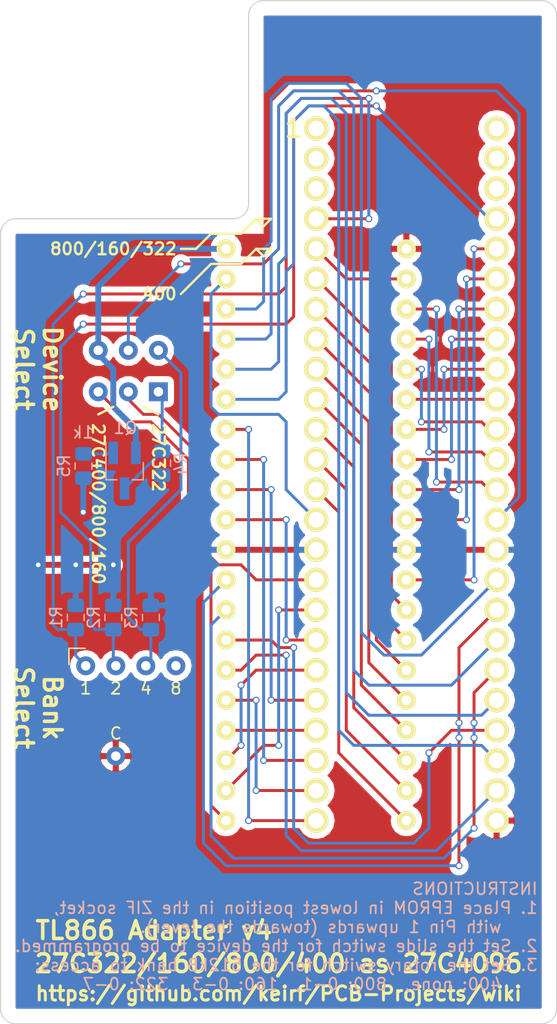
<source format=kicad_pcb>
(kicad_pcb (version 20171130) (host pcbnew 5.0.2-bee76a0~70~ubuntu18.04.1)

  (general
    (thickness 1.6)
    (drawings 39)
    (tracks 310)
    (zones 0)
    (modules 10)
    (nets 47)
  )

  (page A4)
  (layers
    (0 F.Cu signal)
    (31 B.Cu signal)
    (32 B.Adhes user)
    (33 F.Adhes user)
    (34 B.Paste user)
    (35 F.Paste user)
    (36 B.SilkS user)
    (37 F.SilkS user)
    (38 B.Mask user)
    (39 F.Mask user)
    (40 Dwgs.User user)
    (41 Cmts.User user)
    (42 Eco1.User user)
    (43 Eco2.User user)
    (44 Edge.Cuts user)
    (45 Margin user)
    (46 B.CrtYd user)
    (47 F.CrtYd user)
    (48 B.Fab user)
    (49 F.Fab user)
  )

  (setup
    (last_trace_width 0.25)
    (trace_clearance 0.2)
    (zone_clearance 0.508)
    (zone_45_only no)
    (trace_min 0.2)
    (segment_width 0.2)
    (edge_width 0.1)
    (via_size 0.6)
    (via_drill 0.4)
    (via_min_size 0.4)
    (via_min_drill 0.3)
    (uvia_size 0.3)
    (uvia_drill 0.1)
    (uvias_allowed no)
    (uvia_min_size 0.2)
    (uvia_min_drill 0.1)
    (pcb_text_width 0.3)
    (pcb_text_size 1.5 1.5)
    (mod_edge_width 0.15)
    (mod_text_size 1 1)
    (mod_text_width 0.15)
    (pad_size 2.05 2.05)
    (pad_drill 1.3)
    (pad_to_mask_clearance 0)
    (solder_mask_min_width 0.25)
    (aux_axis_origin 0 0)
    (visible_elements FFFFFF7F)
    (pcbplotparams
      (layerselection 0x010e0_80000001)
      (usegerberextensions true)
      (usegerberattributes false)
      (usegerberadvancedattributes false)
      (creategerberjobfile false)
      (excludeedgelayer true)
      (linewidth 0.100000)
      (plotframeref false)
      (viasonmask false)
      (mode 1)
      (useauxorigin false)
      (hpglpennumber 1)
      (hpglpenspeed 20)
      (hpglpendiameter 15.000000)
      (psnegative false)
      (psa4output false)
      (plotreference true)
      (plotvalue true)
      (plotinvisibletext false)
      (padsonsilk false)
      (subtractmaskfromsilk false)
      (outputformat 1)
      (mirror false)
      (drillshape 0)
      (scaleselection 1)
      (outputdirectory "gerber/"))
  )

  (net 0 "")
  (net 1 /P2)
  (net 2 /P3)
  (net 3 /P4)
  (net 4 /P5)
  (net 5 /P6)
  (net 6 /P7)
  (net 7 /P8)
  (net 8 /P9)
  (net 9 /P10)
  (net 10 /P12)
  (net 11 /P13)
  (net 12 /P14)
  (net 13 /P15)
  (net 14 /P16)
  (net 15 /P17)
  (net 16 /P18)
  (net 17 /P19)
  (net 18 /P20)
  (net 19 /P21)
  (net 20 /P22)
  (net 21 /P23)
  (net 22 /P24)
  (net 23 /P25)
  (net 24 /P26)
  (net 25 /P27)
  (net 26 /P28)
  (net 27 /P29)
  (net 28 /P31)
  (net 29 /P32)
  (net 30 /P33)
  (net 31 /P34)
  (net 32 /P35)
  (net 33 /P36)
  (net 34 /P37)
  (net 35 /P38)
  (net 36 /P39)
  (net 37 /A19)
  (net 38 /A18)
  (net 39 /VCC)
  (net 40 /VSS)
  (net 41 /A20)
  (net 42 "Net-(Q1-Pad1)")
  (net 43 /VPP)
  (net 44 "Net-(Q1-Pad3)")
  (net 45 "Net-(SW1-Pad2)")
  (net 46 "Net-(SW1-Pad5)")

  (net_class Default "This is the default net class."
    (clearance 0.2)
    (trace_width 0.25)
    (via_dia 0.6)
    (via_drill 0.4)
    (uvia_dia 0.3)
    (uvia_drill 0.1)
    (add_net /A18)
    (add_net /A19)
    (add_net /A20)
    (add_net /P10)
    (add_net /P12)
    (add_net /P13)
    (add_net /P14)
    (add_net /P15)
    (add_net /P16)
    (add_net /P17)
    (add_net /P18)
    (add_net /P19)
    (add_net /P2)
    (add_net /P20)
    (add_net /P21)
    (add_net /P22)
    (add_net /P23)
    (add_net /P24)
    (add_net /P25)
    (add_net /P26)
    (add_net /P27)
    (add_net /P28)
    (add_net /P29)
    (add_net /P3)
    (add_net /P31)
    (add_net /P32)
    (add_net /P33)
    (add_net /P34)
    (add_net /P35)
    (add_net /P36)
    (add_net /P37)
    (add_net /P38)
    (add_net /P39)
    (add_net /P4)
    (add_net /P5)
    (add_net /P6)
    (add_net /P7)
    (add_net /P8)
    (add_net /P9)
    (add_net "Net-(Q1-Pad1)")
    (add_net "Net-(Q1-Pad3)")
    (add_net "Net-(SW1-Pad2)")
    (add_net "Net-(SW1-Pad5)")
  )

  (net_class Power ""
    (clearance 0.2)
    (trace_width 0.5)
    (via_dia 0.6)
    (via_drill 0.4)
    (uvia_dia 0.3)
    (uvia_drill 0.1)
    (add_net /VCC)
    (add_net /VPP)
    (add_net /VSS)
  )

  (module FF:27C160 (layer F.Cu) (tedit 5C74065B) (tstamp 55F95D39)
    (at 140.97 53.975)
    (descr "40-lead dip package, row spacing 15.24 mm (600 mils)")
    (tags "dil dip 2.54 600")
    (path /55AF4F2A)
    (fp_text reference U2 (at 1.27 61.849) (layer F.Fab) hide
      (effects (font (size 1 1) (thickness 0.15)))
    )
    (fp_text value 27C322 (at 11.938 61.849) (layer F.Fab) hide
      (effects (font (size 1 1) (thickness 0.15)))
    )
    (fp_line (start -4.064 -10.16) (end -4.064 65.532) (layer F.CrtYd) (width 0.05))
    (fp_line (start -4.064 65.532) (end 19.304 65.532) (layer F.CrtYd) (width 0.05))
    (fp_line (start 19.304 65.532) (end 19.304 -10.16) (layer F.CrtYd) (width 0.05))
    (fp_line (start 19.304 -10.16) (end -4.064 -10.16) (layer F.CrtYd) (width 0.05))
    (pad 48 thru_hole oval (at 15.24 0) (size 2.05 2.05) (drill 1.3) (layers *.Cu *.Mask F.SilkS))
    (pad 47 thru_hole oval (at 15.24 2.54) (size 2.05 2.05) (drill 1.3) (layers *.Cu *.Mask F.SilkS))
    (pad 46 thru_hole oval (at 15.24 5.08) (size 2.05 2.05) (drill 1.3) (layers *.Cu *.Mask F.SilkS))
    (pad 45 thru_hole oval (at 15.24 7.62) (size 2.05 2.05) (drill 1.3) (layers *.Cu *.Mask F.SilkS)
      (net 37 /A19))
    (pad 44 thru_hole oval (at 15.24 10.16) (size 2.05 2.05) (drill 1.3) (layers *.Cu *.Mask F.SilkS)
      (net 27 /P29))
    (pad 43 thru_hole oval (at 15.24 12.7) (size 2.05 2.05) (drill 1.3) (layers *.Cu *.Mask F.SilkS)
      (net 28 /P31))
    (pad 42 thru_hole oval (at 15.24 15.24) (size 2.05 2.05) (drill 1.3) (layers *.Cu *.Mask F.SilkS)
      (net 29 /P32))
    (pad 41 thru_hole oval (at 15.24 17.78) (size 2.05 2.05) (drill 1.3) (layers *.Cu *.Mask F.SilkS)
      (net 30 /P33))
    (pad 1 thru_hole oval (at 0 0) (size 2.05 2.05) (drill 1.3) (layers *.Cu *.Mask F.SilkS))
    (pad 2 thru_hole oval (at 0 2.54) (size 2.05 2.05) (drill 1.3) (layers *.Cu *.Mask F.SilkS))
    (pad 3 thru_hole oval (at 0 5.08) (size 2.05 2.05) (drill 1.3) (layers *.Cu *.Mask F.SilkS))
    (pad 4 thru_hole oval (at 0 7.62) (size 2.05 2.05) (drill 1.3) (layers *.Cu *.Mask F.SilkS)
      (net 38 /A18))
    (pad 5 thru_hole oval (at 0 10.16) (size 2.05 2.05) (drill 1.3) (layers *.Cu *.Mask F.SilkS)
      (net 36 /P39))
    (pad 6 thru_hole oval (at 0 12.7) (size 2.05 2.05) (drill 1.3) (layers *.Cu *.Mask F.SilkS)
      (net 26 /P28))
    (pad 7 thru_hole oval (at 0 15.24) (size 2.05 2.05) (drill 1.3) (layers *.Cu *.Mask F.SilkS)
      (net 25 /P27))
    (pad 8 thru_hole oval (at 0 17.78) (size 2.05 2.05) (drill 1.3) (layers *.Cu *.Mask F.SilkS)
      (net 24 /P26))
    (pad 9 thru_hole oval (at 0 20.32) (size 2.05 2.05) (drill 1.3) (layers *.Cu *.Mask F.SilkS)
      (net 23 /P25))
    (pad 10 thru_hole oval (at 0 22.86) (size 2.05 2.05) (drill 1.3) (layers *.Cu *.Mask F.SilkS)
      (net 22 /P24))
    (pad 11 thru_hole oval (at 0 25.4) (size 2.05 2.05) (drill 1.3) (layers *.Cu *.Mask F.SilkS)
      (net 21 /P23))
    (pad 12 thru_hole oval (at 0 27.94) (size 2.05 2.05) (drill 1.3) (layers *.Cu *.Mask F.SilkS)
      (net 20 /P22))
    (pad 13 thru_hole oval (at 0 30.48) (size 2.05 2.05) (drill 1.3) (layers *.Cu *.Mask F.SilkS)
      (net 19 /P21))
    (pad 14 thru_hole oval (at 0 33.02) (size 2.05 2.05) (drill 1.3) (layers *.Cu *.Mask F.SilkS)
      (net 1 /P2))
    (pad 15 thru_hole oval (at 0 35.56) (size 2.05 2.05) (drill 1.3) (layers *.Cu *.Mask F.SilkS)
      (net 40 /VSS))
    (pad 16 thru_hole oval (at 0 38.1) (size 2.05 2.05) (drill 1.3) (layers *.Cu *.Mask F.SilkS)
      (net 45 "Net-(SW1-Pad2)"))
    (pad 17 thru_hole oval (at 0 40.64) (size 2.05 2.05) (drill 1.3) (layers *.Cu *.Mask F.SilkS)
      (net 17 /P19))
    (pad 18 thru_hole oval (at 0 43.18) (size 2.05 2.05) (drill 1.3) (layers *.Cu *.Mask F.SilkS)
      (net 9 /P10))
    (pad 19 thru_hole oval (at 0 45.72) (size 2.05 2.05) (drill 1.3) (layers *.Cu *.Mask F.SilkS)
      (net 16 /P18))
    (pad 20 thru_hole oval (at 0 48.26) (size 2.05 2.05) (drill 1.3) (layers *.Cu *.Mask F.SilkS)
      (net 8 /P9))
    (pad 21 thru_hole oval (at 0 50.8) (size 2.05 2.05) (drill 1.3) (layers *.Cu *.Mask F.SilkS)
      (net 15 /P17))
    (pad 22 thru_hole oval (at 0 53.34) (size 2.05 2.05) (drill 1.3) (layers *.Cu *.Mask F.SilkS)
      (net 7 /P8))
    (pad 23 thru_hole oval (at 0 55.88) (size 2.05 2.05) (drill 1.3) (layers *.Cu *.Mask F.SilkS)
      (net 14 /P16))
    (pad 24 thru_hole oval (at 0 58.42) (size 2.05 2.05) (drill 1.3) (layers *.Cu *.Mask F.SilkS)
      (net 6 /P7))
    (pad 25 thru_hole oval (at 15.24 58.42) (size 2.05 2.05) (drill 1.3) (layers *.Cu *.Mask F.SilkS)
      (net 39 /VCC))
    (pad 26 thru_hole oval (at 15.24 55.88) (size 2.05 2.05) (drill 1.3) (layers *.Cu *.Mask F.SilkS)
      (net 13 /P15))
    (pad 27 thru_hole oval (at 15.24 53.34) (size 2.05 2.05) (drill 1.3) (layers *.Cu *.Mask F.SilkS)
      (net 5 /P6))
    (pad 28 thru_hole oval (at 15.24 50.8) (size 2.05 2.05) (drill 1.3) (layers *.Cu *.Mask F.SilkS)
      (net 12 /P14))
    (pad 29 thru_hole oval (at 15.24 48.26) (size 2.05 2.05) (drill 1.3) (layers *.Cu *.Mask F.SilkS)
      (net 4 /P5))
    (pad 30 thru_hole oval (at 15.24 45.72) (size 2.05 2.05) (drill 1.3) (layers *.Cu *.Mask F.SilkS)
      (net 11 /P13))
    (pad 31 thru_hole oval (at 15.24 43.18) (size 2.05 2.05) (drill 1.3) (layers *.Cu *.Mask F.SilkS)
      (net 3 /P4))
    (pad 32 thru_hole oval (at 15.24 40.64) (size 2.05 2.05) (drill 1.3) (layers *.Cu *.Mask F.SilkS)
      (net 10 /P12))
    (pad 33 thru_hole oval (at 15.24 38.1) (size 2.05 2.05) (drill 1.3) (layers *.Cu *.Mask F.SilkS)
      (net 2 /P3))
    (pad 34 thru_hole oval (at 15.24 35.56) (size 2.05 2.05) (drill 1.3) (layers *.Cu *.Mask F.SilkS)
      (net 40 /VSS))
    (pad 35 thru_hole oval (at 15.24 33.02) (size 2.05 2.05) (drill 1.3) (layers *.Cu *.Mask F.SilkS)
      (net 46 "Net-(SW1-Pad5)"))
    (pad 36 thru_hole oval (at 15.24 30.48) (size 2.05 2.05) (drill 1.3) (layers *.Cu *.Mask F.SilkS)
      (net 35 /P38))
    (pad 37 thru_hole oval (at 15.24 27.94) (size 2.05 2.05) (drill 1.3) (layers *.Cu *.Mask F.SilkS)
      (net 34 /P37))
    (pad 38 thru_hole oval (at 15.24 25.4) (size 2.05 2.05) (drill 1.3) (layers *.Cu *.Mask F.SilkS)
      (net 33 /P36))
    (pad 39 thru_hole oval (at 15.24 22.86) (size 2.05 2.05) (drill 1.3) (layers *.Cu *.Mask F.SilkS)
      (net 32 /P35))
    (pad 40 thru_hole oval (at 15.24 20.32) (size 2.05 2.05) (drill 1.3) (layers *.Cu *.Mask F.SilkS)
      (net 31 /P34))
    (model Housings_DIP.3dshapes/DIP-40_W15.24mm.wrl
      (at (xyz 0 0 0))
      (scale (xyz 1 1 1))
      (rotate (xyz 0 0 0))
    )
  )

  (module FF:27C4096 (layer F.Cu) (tedit 5C740652) (tstamp 55AF5648)
    (at 133.35 64.135)
    (descr "40-lead dip package, row spacing 15.24 mm (600 mils)")
    (tags "dil dip 2.54 600")
    (path /55AF4EC7)
    (fp_text reference U1 (at 1.905 51.435) (layer F.Fab) hide
      (effects (font (size 1 1) (thickness 0.15)))
    )
    (fp_text value 27C4096 (at 11.43 51.435) (layer F.Fab) hide
      (effects (font (size 1 1) (thickness 0.15)))
    )
    (fp_line (start -1.05 -2.45) (end -1.05 50.75) (layer F.CrtYd) (width 0.05))
    (fp_line (start 16.3 -2.45) (end 16.3 50.75) (layer F.CrtYd) (width 0.05))
    (fp_line (start -1.05 -2.45) (end 16.3 -2.45) (layer F.CrtYd) (width 0.05))
    (fp_line (start -1.05 50.75) (end 16.3 50.75) (layer F.CrtYd) (width 0.05))
    (pad 1 thru_hole oval (at 0 0) (size 1.6 1.6) (drill 0.8) (layers *.Cu *.Mask F.SilkS)
      (net 43 /VPP))
    (pad 2 thru_hole oval (at 0 2.54) (size 1.6 1.6) (drill 0.8) (layers *.Cu *.Mask F.SilkS)
      (net 1 /P2))
    (pad 3 thru_hole oval (at 0 5.08) (size 1.6 1.6) (drill 0.8) (layers *.Cu *.Mask F.SilkS)
      (net 2 /P3))
    (pad 4 thru_hole oval (at 0 7.62) (size 1.6 1.6) (drill 0.8) (layers *.Cu *.Mask F.SilkS)
      (net 3 /P4))
    (pad 5 thru_hole oval (at 0 10.16) (size 1.6 1.6) (drill 0.8) (layers *.Cu *.Mask F.SilkS)
      (net 4 /P5))
    (pad 6 thru_hole oval (at 0 12.7) (size 1.6 1.6) (drill 0.8) (layers *.Cu *.Mask F.SilkS)
      (net 5 /P6))
    (pad 7 thru_hole oval (at 0 15.24) (size 1.6 1.6) (drill 0.8) (layers *.Cu *.Mask F.SilkS)
      (net 6 /P7))
    (pad 8 thru_hole oval (at 0 17.78) (size 1.6 1.6) (drill 0.8) (layers *.Cu *.Mask F.SilkS)
      (net 7 /P8))
    (pad 9 thru_hole oval (at 0 20.32) (size 1.6 1.6) (drill 0.8) (layers *.Cu *.Mask F.SilkS)
      (net 8 /P9))
    (pad 10 thru_hole oval (at 0 22.86) (size 1.6 1.6) (drill 0.8) (layers *.Cu *.Mask F.SilkS)
      (net 9 /P10))
    (pad 11 thru_hole oval (at 0 25.4) (size 1.6 1.6) (drill 0.8) (layers *.Cu *.Mask F.SilkS)
      (net 40 /VSS))
    (pad 12 thru_hole oval (at 0 27.94) (size 1.6 1.6) (drill 0.8) (layers *.Cu *.Mask F.SilkS)
      (net 10 /P12))
    (pad 13 thru_hole oval (at 0 30.48) (size 1.6 1.6) (drill 0.8) (layers *.Cu *.Mask F.SilkS)
      (net 11 /P13))
    (pad 14 thru_hole oval (at 0 33.02) (size 1.6 1.6) (drill 0.8) (layers *.Cu *.Mask F.SilkS)
      (net 12 /P14))
    (pad 15 thru_hole oval (at 0 35.56) (size 1.6 1.6) (drill 0.8) (layers *.Cu *.Mask F.SilkS)
      (net 13 /P15))
    (pad 16 thru_hole oval (at 0 38.1) (size 1.6 1.6) (drill 0.8) (layers *.Cu *.Mask F.SilkS)
      (net 14 /P16))
    (pad 17 thru_hole oval (at 0 40.64) (size 1.6 1.6) (drill 0.8) (layers *.Cu *.Mask F.SilkS)
      (net 15 /P17))
    (pad 18 thru_hole oval (at 0 43.18) (size 1.6 1.6) (drill 0.8) (layers *.Cu *.Mask F.SilkS)
      (net 16 /P18))
    (pad 19 thru_hole oval (at 0 45.72) (size 1.6 1.6) (drill 0.8) (layers *.Cu *.Mask F.SilkS)
      (net 17 /P19))
    (pad 20 thru_hole oval (at 0 48.26) (size 1.6 1.6) (drill 0.8) (layers *.Cu *.Mask F.SilkS)
      (net 18 /P20))
    (pad 21 thru_hole oval (at 15.24 48.26) (size 1.6 1.6) (drill 0.8) (layers *.Cu *.Mask F.SilkS)
      (net 19 /P21))
    (pad 22 thru_hole oval (at 15.24 45.72) (size 1.6 1.6) (drill 0.8) (layers *.Cu *.Mask F.SilkS)
      (net 20 /P22))
    (pad 23 thru_hole oval (at 15.24 43.18) (size 1.6 1.6) (drill 0.8) (layers *.Cu *.Mask F.SilkS)
      (net 21 /P23))
    (pad 24 thru_hole oval (at 15.24 40.64) (size 1.6 1.6) (drill 0.8) (layers *.Cu *.Mask F.SilkS)
      (net 22 /P24))
    (pad 25 thru_hole oval (at 15.24 38.1) (size 1.6 1.6) (drill 0.8) (layers *.Cu *.Mask F.SilkS)
      (net 23 /P25))
    (pad 26 thru_hole oval (at 15.24 35.56) (size 1.6 1.6) (drill 0.8) (layers *.Cu *.Mask F.SilkS)
      (net 24 /P26))
    (pad 27 thru_hole oval (at 15.24 33.02) (size 1.6 1.6) (drill 0.8) (layers *.Cu *.Mask F.SilkS)
      (net 25 /P27))
    (pad 28 thru_hole oval (at 15.24 30.48) (size 1.6 1.6) (drill 0.8) (layers *.Cu *.Mask F.SilkS)
      (net 26 /P28))
    (pad 29 thru_hole oval (at 15.24 27.94) (size 1.6 1.6) (drill 0.8) (layers *.Cu *.Mask F.SilkS)
      (net 27 /P29))
    (pad 30 thru_hole oval (at 15.24 25.4) (size 1.6 1.6) (drill 0.8) (layers *.Cu *.Mask F.SilkS)
      (net 40 /VSS))
    (pad 31 thru_hole oval (at 15.24 22.86) (size 1.6 1.6) (drill 0.8) (layers *.Cu *.Mask F.SilkS)
      (net 28 /P31))
    (pad 32 thru_hole oval (at 15.24 20.32) (size 1.6 1.6) (drill 0.8) (layers *.Cu *.Mask F.SilkS)
      (net 29 /P32))
    (pad 33 thru_hole oval (at 15.24 17.78) (size 1.6 1.6) (drill 0.8) (layers *.Cu *.Mask F.SilkS)
      (net 30 /P33))
    (pad 34 thru_hole oval (at 15.24 15.24) (size 1.6 1.6) (drill 0.8) (layers *.Cu *.Mask F.SilkS)
      (net 31 /P34))
    (pad 35 thru_hole oval (at 15.24 12.7) (size 1.6 1.6) (drill 0.8) (layers *.Cu *.Mask F.SilkS)
      (net 32 /P35))
    (pad 36 thru_hole oval (at 15.24 10.16) (size 1.6 1.6) (drill 0.8) (layers *.Cu *.Mask F.SilkS)
      (net 33 /P36))
    (pad 37 thru_hole oval (at 15.24 7.62) (size 1.6 1.6) (drill 0.8) (layers *.Cu *.Mask F.SilkS)
      (net 34 /P37))
    (pad 38 thru_hole oval (at 15.24 5.08) (size 1.6 1.6) (drill 0.8) (layers *.Cu *.Mask F.SilkS)
      (net 35 /P38))
    (pad 39 thru_hole oval (at 15.24 2.54) (size 1.6 1.6) (drill 0.8) (layers *.Cu *.Mask F.SilkS)
      (net 36 /P39))
    (pad 40 thru_hole oval (at 15.24 0) (size 1.6 1.6) (drill 0.8) (layers *.Cu *.Mask F.SilkS)
      (net 39 /VCC))
    (model Housings_DIP.3dshapes/DIP-40_W15.24mm.wrl
      (at (xyz 0 0 0))
      (scale (xyz 1 1 1))
      (rotate (xyz 0 0 0))
    )
  )

  (module Resistor_SMD:R_0805_2012Metric_Pad1.15x1.40mm_HandSolder (layer B.Cu) (tedit 5B36C52B) (tstamp 5C8043F5)
    (at 120.65 95.25 270)
    (descr "Resistor SMD 0805 (2012 Metric), square (rectangular) end terminal, IPC_7351 nominal with elongated pad for handsoldering. (Body size source: https://docs.google.com/spreadsheets/d/1BsfQQcO9C6DZCsRaXUlFlo91Tg2WpOkGARC1WS5S8t0/edit?usp=sharing), generated with kicad-footprint-generator")
    (tags "resistor handsolder")
    (path /55F954FE)
    (attr smd)
    (fp_text reference R1 (at 0 1.65 270) (layer B.SilkS)
      (effects (font (size 1 1) (thickness 0.15)) (justify mirror))
    )
    (fp_text value 10K (at 0 -1.65 270) (layer B.Fab)
      (effects (font (size 1 1) (thickness 0.15)) (justify mirror))
    )
    (fp_text user %R (at 0 0 270) (layer B.Fab)
      (effects (font (size 0.5 0.5) (thickness 0.08)) (justify mirror))
    )
    (fp_line (start 1.85 -0.95) (end -1.85 -0.95) (layer B.CrtYd) (width 0.05))
    (fp_line (start 1.85 0.95) (end 1.85 -0.95) (layer B.CrtYd) (width 0.05))
    (fp_line (start -1.85 0.95) (end 1.85 0.95) (layer B.CrtYd) (width 0.05))
    (fp_line (start -1.85 -0.95) (end -1.85 0.95) (layer B.CrtYd) (width 0.05))
    (fp_line (start -0.261252 -0.71) (end 0.261252 -0.71) (layer B.SilkS) (width 0.12))
    (fp_line (start -0.261252 0.71) (end 0.261252 0.71) (layer B.SilkS) (width 0.12))
    (fp_line (start 1 -0.6) (end -1 -0.6) (layer B.Fab) (width 0.1))
    (fp_line (start 1 0.6) (end 1 -0.6) (layer B.Fab) (width 0.1))
    (fp_line (start -1 0.6) (end 1 0.6) (layer B.Fab) (width 0.1))
    (fp_line (start -1 -0.6) (end -1 0.6) (layer B.Fab) (width 0.1))
    (pad 2 smd roundrect (at 1.025 0 270) (size 1.15 1.4) (layers B.Cu B.Paste B.Mask) (roundrect_rratio 0.217391)
      (net 38 /A18))
    (pad 1 smd roundrect (at -1.025 0 270) (size 1.15 1.4) (layers B.Cu B.Paste B.Mask) (roundrect_rratio 0.217391)
      (net 40 /VSS))
    (model ${KISYS3DMOD}/Resistor_SMD.3dshapes/R_0805_2012Metric.wrl
      (at (xyz 0 0 0))
      (scale (xyz 1 1 1))
      (rotate (xyz 0 0 0))
    )
  )

  (module Resistor_SMD:R_0805_2012Metric_Pad1.15x1.40mm_HandSolder (layer B.Cu) (tedit 5B36C52B) (tstamp 5C804405)
    (at 123.825 95.25 270)
    (descr "Resistor SMD 0805 (2012 Metric), square (rectangular) end terminal, IPC_7351 nominal with elongated pad for handsoldering. (Body size source: https://docs.google.com/spreadsheets/d/1BsfQQcO9C6DZCsRaXUlFlo91Tg2WpOkGARC1WS5S8t0/edit?usp=sharing), generated with kicad-footprint-generator")
    (tags "resistor handsolder")
    (path /55F954A1)
    (attr smd)
    (fp_text reference R2 (at 0 1.65 270) (layer B.SilkS)
      (effects (font (size 1 1) (thickness 0.15)) (justify mirror))
    )
    (fp_text value 10K (at 0 -1.65 270) (layer B.Fab)
      (effects (font (size 1 1) (thickness 0.15)) (justify mirror))
    )
    (fp_line (start -1 -0.6) (end -1 0.6) (layer B.Fab) (width 0.1))
    (fp_line (start -1 0.6) (end 1 0.6) (layer B.Fab) (width 0.1))
    (fp_line (start 1 0.6) (end 1 -0.6) (layer B.Fab) (width 0.1))
    (fp_line (start 1 -0.6) (end -1 -0.6) (layer B.Fab) (width 0.1))
    (fp_line (start -0.261252 0.71) (end 0.261252 0.71) (layer B.SilkS) (width 0.12))
    (fp_line (start -0.261252 -0.71) (end 0.261252 -0.71) (layer B.SilkS) (width 0.12))
    (fp_line (start -1.85 -0.95) (end -1.85 0.95) (layer B.CrtYd) (width 0.05))
    (fp_line (start -1.85 0.95) (end 1.85 0.95) (layer B.CrtYd) (width 0.05))
    (fp_line (start 1.85 0.95) (end 1.85 -0.95) (layer B.CrtYd) (width 0.05))
    (fp_line (start 1.85 -0.95) (end -1.85 -0.95) (layer B.CrtYd) (width 0.05))
    (fp_text user %R (at 0 0 270) (layer B.Fab)
      (effects (font (size 0.5 0.5) (thickness 0.08)) (justify mirror))
    )
    (pad 1 smd roundrect (at -1.025 0 270) (size 1.15 1.4) (layers B.Cu B.Paste B.Mask) (roundrect_rratio 0.217391)
      (net 40 /VSS))
    (pad 2 smd roundrect (at 1.025 0 270) (size 1.15 1.4) (layers B.Cu B.Paste B.Mask) (roundrect_rratio 0.217391)
      (net 37 /A19))
    (model ${KISYS3DMOD}/Resistor_SMD.3dshapes/R_0805_2012Metric.wrl
      (at (xyz 0 0 0))
      (scale (xyz 1 1 1))
      (rotate (xyz 0 0 0))
    )
  )

  (module Resistor_SMD:R_0805_2012Metric_Pad1.15x1.40mm_HandSolder (layer B.Cu) (tedit 5B36C52B) (tstamp 5C804415)
    (at 127 95.25 270)
    (descr "Resistor SMD 0805 (2012 Metric), square (rectangular) end terminal, IPC_7351 nominal with elongated pad for handsoldering. (Body size source: https://docs.google.com/spreadsheets/d/1BsfQQcO9C6DZCsRaXUlFlo91Tg2WpOkGARC1WS5S8t0/edit?usp=sharing), generated with kicad-footprint-generator")
    (tags "resistor handsolder")
    (path /5C784D7C)
    (attr smd)
    (fp_text reference R3 (at 0 1.65 270) (layer B.SilkS)
      (effects (font (size 1 1) (thickness 0.15)) (justify mirror))
    )
    (fp_text value 10K (at 0 -1.65 270) (layer B.Fab)
      (effects (font (size 1 1) (thickness 0.15)) (justify mirror))
    )
    (fp_line (start -1 -0.6) (end -1 0.6) (layer B.Fab) (width 0.1))
    (fp_line (start -1 0.6) (end 1 0.6) (layer B.Fab) (width 0.1))
    (fp_line (start 1 0.6) (end 1 -0.6) (layer B.Fab) (width 0.1))
    (fp_line (start 1 -0.6) (end -1 -0.6) (layer B.Fab) (width 0.1))
    (fp_line (start -0.261252 0.71) (end 0.261252 0.71) (layer B.SilkS) (width 0.12))
    (fp_line (start -0.261252 -0.71) (end 0.261252 -0.71) (layer B.SilkS) (width 0.12))
    (fp_line (start -1.85 -0.95) (end -1.85 0.95) (layer B.CrtYd) (width 0.05))
    (fp_line (start -1.85 0.95) (end 1.85 0.95) (layer B.CrtYd) (width 0.05))
    (fp_line (start 1.85 0.95) (end 1.85 -0.95) (layer B.CrtYd) (width 0.05))
    (fp_line (start 1.85 -0.95) (end -1.85 -0.95) (layer B.CrtYd) (width 0.05))
    (fp_text user %R (at 0 0 270) (layer B.Fab)
      (effects (font (size 0.5 0.5) (thickness 0.08)) (justify mirror))
    )
    (pad 1 smd roundrect (at -1.025 0 270) (size 1.15 1.4) (layers B.Cu B.Paste B.Mask) (roundrect_rratio 0.217391)
      (net 40 /VSS))
    (pad 2 smd roundrect (at 1.025 0 270) (size 1.15 1.4) (layers B.Cu B.Paste B.Mask) (roundrect_rratio 0.217391)
      (net 41 /A20))
    (model ${KISYS3DMOD}/Resistor_SMD.3dshapes/R_0805_2012Metric.wrl
      (at (xyz 0 0 0))
      (scale (xyz 1 1 1))
      (rotate (xyz 0 0 0))
    )
  )

  (module Resistor_SMD:R_0805_2012Metric_Pad1.15x1.40mm_HandSolder (layer B.Cu) (tedit 5C741F47) (tstamp 5C804425)
    (at 127.9525 82.2325 270)
    (descr "Resistor SMD 0805 (2012 Metric), square (rectangular) end terminal, IPC_7351 nominal with elongated pad for handsoldering. (Body size source: https://docs.google.com/spreadsheets/d/1BsfQQcO9C6DZCsRaXUlFlo91Tg2WpOkGARC1WS5S8t0/edit?usp=sharing), generated with kicad-footprint-generator")
    (tags "resistor handsolder")
    (path /57420707)
    (attr smd)
    (fp_text reference R4 (at 0.0635 -1.5875 270) (layer B.SilkS)
      (effects (font (size 1 1) (thickness 0.15)) (justify mirror))
    )
    (fp_text value 10K (at 0 -1.65 270) (layer B.Fab)
      (effects (font (size 1 1) (thickness 0.15)) (justify mirror))
    )
    (fp_text user %R (at 0 0 270) (layer B.Fab)
      (effects (font (size 0.5 0.5) (thickness 0.08)) (justify mirror))
    )
    (fp_line (start 1.85 -0.95) (end -1.85 -0.95) (layer B.CrtYd) (width 0.05))
    (fp_line (start 1.85 0.95) (end 1.85 -0.95) (layer B.CrtYd) (width 0.05))
    (fp_line (start -1.85 0.95) (end 1.85 0.95) (layer B.CrtYd) (width 0.05))
    (fp_line (start -1.85 -0.95) (end -1.85 0.95) (layer B.CrtYd) (width 0.05))
    (fp_line (start -0.261252 -0.71) (end 0.261252 -0.71) (layer B.SilkS) (width 0.12))
    (fp_line (start -0.261252 0.71) (end 0.261252 0.71) (layer B.SilkS) (width 0.12))
    (fp_line (start 1 -0.6) (end -1 -0.6) (layer B.Fab) (width 0.1))
    (fp_line (start 1 0.6) (end 1 -0.6) (layer B.Fab) (width 0.1))
    (fp_line (start -1 0.6) (end 1 0.6) (layer B.Fab) (width 0.1))
    (fp_line (start -1 -0.6) (end -1 0.6) (layer B.Fab) (width 0.1))
    (pad 2 smd roundrect (at 1.025 0 270) (size 1.15 1.4) (layers B.Cu B.Paste B.Mask) (roundrect_rratio 0.217391)
      (net 40 /VSS))
    (pad 1 smd roundrect (at -1.025 0 270) (size 1.15 1.4) (layers B.Cu B.Paste B.Mask) (roundrect_rratio 0.217391)
      (net 44 "Net-(Q1-Pad3)"))
    (model ${KISYS3DMOD}/Resistor_SMD.3dshapes/R_0805_2012Metric.wrl
      (at (xyz 0 0 0))
      (scale (xyz 1 1 1))
      (rotate (xyz 0 0 0))
    )
  )

  (module Resistor_SMD:R_0805_2012Metric_Pad1.15x1.40mm_HandSolder (layer B.Cu) (tedit 5B36C52B) (tstamp 5C804445)
    (at 121.307501 82.462501 270)
    (descr "Resistor SMD 0805 (2012 Metric), square (rectangular) end terminal, IPC_7351 nominal with elongated pad for handsoldering. (Body size source: https://docs.google.com/spreadsheets/d/1BsfQQcO9C6DZCsRaXUlFlo91Tg2WpOkGARC1WS5S8t0/edit?usp=sharing), generated with kicad-footprint-generator")
    (tags "resistor handsolder")
    (path /57420594)
    (attr smd)
    (fp_text reference R5 (at 0 1.65 270) (layer B.SilkS)
      (effects (font (size 1 1) (thickness 0.15)) (justify mirror))
    )
    (fp_text value 1K (at 0 -1.65 270) (layer B.Fab)
      (effects (font (size 1 1) (thickness 0.15)) (justify mirror))
    )
    (fp_line (start -1 -0.6) (end -1 0.6) (layer B.Fab) (width 0.1))
    (fp_line (start -1 0.6) (end 1 0.6) (layer B.Fab) (width 0.1))
    (fp_line (start 1 0.6) (end 1 -0.6) (layer B.Fab) (width 0.1))
    (fp_line (start 1 -0.6) (end -1 -0.6) (layer B.Fab) (width 0.1))
    (fp_line (start -0.261252 0.71) (end 0.261252 0.71) (layer B.SilkS) (width 0.12))
    (fp_line (start -0.261252 -0.71) (end 0.261252 -0.71) (layer B.SilkS) (width 0.12))
    (fp_line (start -1.85 -0.95) (end -1.85 0.95) (layer B.CrtYd) (width 0.05))
    (fp_line (start -1.85 0.95) (end 1.85 0.95) (layer B.CrtYd) (width 0.05))
    (fp_line (start 1.85 0.95) (end 1.85 -0.95) (layer B.CrtYd) (width 0.05))
    (fp_line (start 1.85 -0.95) (end -1.85 -0.95) (layer B.CrtYd) (width 0.05))
    (fp_text user %R (at 0 0 270) (layer B.Fab)
      (effects (font (size 0.5 0.5) (thickness 0.08)) (justify mirror))
    )
    (pad 1 smd roundrect (at -1.025 0 270) (size 1.15 1.4) (layers B.Cu B.Paste B.Mask) (roundrect_rratio 0.217391)
      (net 42 "Net-(Q1-Pad1)"))
    (pad 2 smd roundrect (at 1.025 0 270) (size 1.15 1.4) (layers B.Cu B.Paste B.Mask) (roundrect_rratio 0.217391)
      (net 39 /VCC))
    (model ${KISYS3DMOD}/Resistor_SMD.3dshapes/R_0805_2012Metric.wrl
      (at (xyz 0 0 0))
      (scale (xyz 1 1 1))
      (rotate (xyz 0 0 0))
    )
  )

  (module Package_TO_SOT_SMD:SOT-23_Handsoldering (layer B.Cu) (tedit 5C741F40) (tstamp 5C8B5245)
    (at 124.7775 82.8675 270)
    (descr "SOT-23, Handsoldering")
    (tags SOT-23)
    (path /574202DB)
    (attr smd)
    (fp_text reference Q1 (at -3.6195 -0.0635) (layer B.SilkS)
      (effects (font (size 1 1) (thickness 0.15)) (justify mirror))
    )
    (fp_text value MMBT3906 (at 0 -2.5 270) (layer B.Fab)
      (effects (font (size 1 1) (thickness 0.15)) (justify mirror))
    )
    (fp_text user %R (at 0 0 180) (layer B.Fab)
      (effects (font (size 0.5 0.5) (thickness 0.075)) (justify mirror))
    )
    (fp_line (start 0.76 -1.58) (end 0.76 -0.65) (layer B.SilkS) (width 0.12))
    (fp_line (start 0.76 1.58) (end 0.76 0.65) (layer B.SilkS) (width 0.12))
    (fp_line (start -2.7 1.75) (end 2.7 1.75) (layer B.CrtYd) (width 0.05))
    (fp_line (start 2.7 1.75) (end 2.7 -1.75) (layer B.CrtYd) (width 0.05))
    (fp_line (start 2.7 -1.75) (end -2.7 -1.75) (layer B.CrtYd) (width 0.05))
    (fp_line (start -2.7 -1.75) (end -2.7 1.75) (layer B.CrtYd) (width 0.05))
    (fp_line (start 0.76 1.58) (end -2.4 1.58) (layer B.SilkS) (width 0.12))
    (fp_line (start -0.7 0.95) (end -0.7 -1.5) (layer B.Fab) (width 0.1))
    (fp_line (start -0.15 1.52) (end 0.7 1.52) (layer B.Fab) (width 0.1))
    (fp_line (start -0.7 0.95) (end -0.15 1.52) (layer B.Fab) (width 0.1))
    (fp_line (start 0.7 1.52) (end 0.7 -1.52) (layer B.Fab) (width 0.1))
    (fp_line (start -0.7 -1.52) (end 0.7 -1.52) (layer B.Fab) (width 0.1))
    (fp_line (start 0.76 -1.58) (end -0.7 -1.58) (layer B.SilkS) (width 0.12))
    (pad 1 smd rect (at -1.5 0.95 270) (size 1.9 0.8) (layers B.Cu B.Paste B.Mask)
      (net 42 "Net-(Q1-Pad1)"))
    (pad 2 smd rect (at -1.5 -0.95 270) (size 1.9 0.8) (layers B.Cu B.Paste B.Mask)
      (net 43 /VPP))
    (pad 3 smd rect (at 1.5 0 270) (size 1.9 0.8) (layers B.Cu B.Paste B.Mask)
      (net 44 "Net-(Q1-Pad3)"))
    (model ${KISYS3DMOD}/Package_TO_SOT_SMD.3dshapes/SOT-23.wrl
      (at (xyz 0 0 0))
      (scale (xyz 1 1 1))
      (rotate (xyz 0 0 0))
    )
  )

  (module FF:DPDT_Slide (layer F.Cu) (tedit 5C741F80) (tstamp 5C8AF994)
    (at 127.635 76.2 180)
    (path /57420E1F)
    (fp_text reference SW1 (at 2.5 -1.65 180) (layer F.Fab) hide
      (effects (font (size 1 1) (thickness 0.15)))
    )
    (fp_text value Switch_SPDT_x2 (at 2.5 5.715 180) (layer F.Fab)
      (effects (font (size 1 1) (thickness 0.15)))
    )
    (fp_line (start -2 -1.05) (end 7 -1.05) (layer F.CrtYd) (width 0.05))
    (fp_line (start 7 -1.05) (end 7 4.55) (layer F.CrtYd) (width 0.05))
    (fp_line (start 7 4.55) (end -2 4.55) (layer F.CrtYd) (width 0.05))
    (fp_line (start -2 4.55) (end -2 -1.05) (layer F.CrtYd) (width 0.05))
    (fp_text user %R (at 2.5 -1.65 180) (layer F.Fab)
      (effects (font (size 1 1) (thickness 0.15)))
    )
    (pad 1 thru_hole rect (at 0 0 180) (size 1.6 1.6) (drill 0.8) (layers *.Cu *.Mask)
      (net 44 "Net-(Q1-Pad3)"))
    (pad 2 thru_hole circle (at 2.54 0 180) (size 1.6 1.6) (drill 0.8) (layers *.Cu *.Mask)
      (net 45 "Net-(SW1-Pad2)"))
    (pad 3 thru_hole circle (at 5.08 0 180) (size 1.6 1.6) (drill 0.8) (layers *.Cu *.Mask)
      (net 18 /P20))
    (pad 4 thru_hole circle (at 0 3.5 180) (size 1.6 1.6) (drill 0.8) (layers *.Cu *.Mask)
      (net 41 /A20))
    (pad 5 thru_hole circle (at 2.54 3.5 180) (size 1.6 1.6) (drill 0.8) (layers *.Cu *.Mask)
      (net 46 "Net-(SW1-Pad5)"))
    (pad 6 thru_hole circle (at 5.08 3.5 180) (size 1.6 1.6) (drill 0.8) (layers *.Cu *.Mask)
      (net 43 /VPP))
    (model ${KISYS3DMOD}/Button_Switch_THT.3dshapes/SW_E-Switch_EG1271_DPDT.wrl
      (at (xyz 0 0 0))
      (scale (xyz 1 1 1))
      (rotate (xyz 0 0 0))
    )
  )

  (module FF:Rotary_Switch (layer F.Cu) (tedit 5C741F94) (tstamp 5C8AF9A2)
    (at 121.495001 99.330001)
    (path /5C745A47)
    (fp_text reference SW2 (at 3.81 -2.36) (layer F.Fab) hide
      (effects (font (size 1 1) (thickness 0.15)))
    )
    (fp_text value SW_Coded_SH-7010 (at 2.54 10.16) (layer F.Fab) hide
      (effects (font (size 1 1) (thickness 0.15)))
    )
    (fp_line (start -1.42 -0.11) (end -1.42 -1.48) (layer F.SilkS) (width 0.12))
    (fp_line (start -1.42 -1.48) (end -0.05 -1.48) (layer F.SilkS) (width 0.12))
    (fp_line (start -1.36 -1.36) (end -1.36 8.98) (layer F.CrtYd) (width 0.05))
    (fp_line (start -1.36 8.98) (end 8.98 8.98) (layer F.CrtYd) (width 0.05))
    (fp_line (start 8.98 8.98) (end 8.98 -1.36) (layer F.CrtYd) (width 0.05))
    (fp_line (start 8.98 -1.36) (end -1.36 -1.36) (layer F.CrtYd) (width 0.05))
    (fp_text user 1 (at 0 1.905) (layer F.SilkS)
      (effects (font (size 1 1) (thickness 0.15)))
    )
    (fp_text user 2 (at 2.54 1.905) (layer F.SilkS)
      (effects (font (size 1 1) (thickness 0.15)))
    )
    (fp_text user 4 (at 5.08 1.905) (layer F.SilkS)
      (effects (font (size 1 1) (thickness 0.15)))
    )
    (fp_text user 8 (at 7.62 1.905) (layer F.SilkS)
      (effects (font (size 1 1) (thickness 0.15)))
    )
    (fp_text user C (at 2.54 5.715) (layer F.SilkS)
      (effects (font (size 1 1) (thickness 0.15)))
    )
    (pad 1 thru_hole oval (at 0 0) (size 1.6 1.6) (drill 0.8) (layers *.Cu *.Mask)
      (net 38 /A18))
    (pad 2 thru_hole oval (at 2.54 0) (size 1.6 1.6) (drill 0.8) (layers *.Cu *.Mask)
      (net 37 /A19))
    (pad 4 thru_hole oval (at 5.08 0) (size 1.6 1.6) (drill 0.8) (layers *.Cu *.Mask)
      (net 41 /A20))
    (pad 8 thru_hole oval (at 7.62 0) (size 1.6 1.6) (drill 0.8) (layers *.Cu *.Mask))
    (pad C thru_hole oval (at 2.54 7.62) (size 1.6 1.6) (drill 0.8) (layers *.Cu *.Mask)
      (net 39 /VCC))
    (model ${KISYS3DMOD}/Button_Switch_THT.3dshapes/Nidec_Copal_SH-7010C.wrl
      (at (xyz 0 0 0))
      (scale (xyz 1 1 1))
      (rotate (xyz 0 0 0))
    )
  )

  (gr_line (start 136.525 43.18) (end 160.02 43.18) (angle 90) (layer Edge.Cuts) (width 0.1))
  (gr_line (start 115.57 61.595) (end 133.985 61.595) (angle 90) (layer Edge.Cuts) (width 0.1))
  (gr_text "INSTRUCTIONS\n1. Place EPROM in lowest position in the ZIF socket,\n    with Pin 1 upwards (towards the lever).\n2. Set the slide switch for the device to be programmed.\n3. Set the rotary switch for the 512kB bank to access:\n    400: none,  800: 0-1,  160: 0-3,  322: 0-7\n" (at 159.766 122.174) (layer B.SilkS)
    (effects (font (size 1 1) (thickness 0.15)) (justify left mirror))
  )
  (gr_text "TL866 Adapter v4" (at 127.254 121.666) (layer F.SilkS)
    (effects (font (size 1.5 1.5) (thickness 0.3)))
  )
  (gr_text "Bank\nSelect" (at 117.475 102.87 270) (layer F.SilkS)
    (effects (font (size 1.5 1.5) (thickness 0.3)))
  )
  (gr_text "Device\nSelect" (at 117.475 74.295 270) (layer F.SilkS)
    (effects (font (size 1.5 1.5) (thickness 0.3)))
  )
  (gr_line (start 127.635 78.105) (end 126.365 77.47) (angle 90) (layer F.SilkS) (width 0.2))
  (gr_line (start 122.555 78.105) (end 123.825 77.47) (angle 90) (layer F.SilkS) (width 0.2))
  (gr_text 27C400/800/160 (at 122.555 78.74 270) (layer F.SilkS)
    (effects (font (size 1 1) (thickness 0.2)) (justify left))
  )
  (gr_text 27C322 (at 127.635 78.74 270) (layer F.SilkS) (tstamp 5C74255F)
    (effects (font (size 1 1) (thickness 0.2)) (justify left))
  )
  (gr_line (start 161.29 44.45) (end 161.29 128.27) (angle 90) (layer Edge.Cuts) (width 0.1))
  (gr_line (start 135.255 60.325) (end 135.255 44.45) (angle 90) (layer Edge.Cuts) (width 0.1))
  (gr_line (start 136.525 62.23) (end 135.89 61.595) (angle 90) (layer F.SilkS) (width 0.2))
  (gr_line (start 137.16 61.595) (end 136.525 62.23) (angle 90) (layer F.SilkS) (width 0.2))
  (gr_line (start 135.89 61.595) (end 137.16 61.595) (angle 90) (layer F.SilkS) (width 0.2))
  (gr_line (start 130.81 64.135) (end 129.54 64.135) (angle 90) (layer F.SilkS) (width 0.2))
  (gr_text 1k (at 121.285 79.629) (layer B.SilkS)
    (effects (font (size 1 1) (thickness 0.15)) (justify mirror))
  )
  (gr_text 1 (at 139.065 53.975) (layer F.SilkS)
    (effects (font (size 1.5 1.5) (thickness 0.3)))
  )
  (gr_line (start 132.08 62.865) (end 130.81 64.135) (angle 90) (layer F.SilkS) (width 0.2))
  (gr_line (start 134.62 62.865) (end 132.08 62.865) (angle 90) (layer F.SilkS) (width 0.2))
  (gr_line (start 132.08 65.405) (end 129.54 67.945) (angle 90) (layer F.SilkS) (width 0.2))
  (gr_line (start 134.62 65.405) (end 132.08 65.405) (angle 90) (layer F.SilkS) (width 0.2))
  (gr_line (start 136.525 64.77) (end 135.89 64.135) (angle 90) (layer F.SilkS) (width 0.2))
  (gr_line (start 137.16 64.135) (end 136.525 64.77) (angle 90) (layer F.SilkS) (width 0.2))
  (gr_line (start 135.89 64.135) (end 137.16 64.135) (angle 90) (layer F.SilkS) (width 0.2))
  (gr_line (start 134.62 65.405) (end 135.89 64.135) (angle 90) (layer F.SilkS) (width 0.2))
  (gr_line (start 134.62 62.865) (end 135.89 61.595) (angle 90) (layer F.SilkS) (width 0.2))
  (gr_text 400 (at 126.1745 67.945) (layer F.SilkS)
    (effects (font (size 1 1) (thickness 0.2)) (justify left))
  )
  (gr_text 800/160/322 (at 118.364 64.135) (layer F.SilkS)
    (effects (font (size 1 1) (thickness 0.2)) (justify left))
  )
  (gr_arc (start 136.525 44.45) (end 135.255 44.45) (angle 90) (layer Edge.Cuts) (width 0.1))
  (gr_arc (start 160.02 44.45) (end 160.02 43.18) (angle 90) (layer Edge.Cuts) (width 0.1))
  (gr_line (start 114.3 128.27) (end 114.3 62.865) (angle 90) (layer Edge.Cuts) (width 0.1))
  (gr_line (start 115.57 129.54) (end 160.02 129.54) (angle 90) (layer Edge.Cuts) (width 0.1))
  (gr_arc (start 115.57 62.865) (end 114.3 62.865) (angle 90) (layer Edge.Cuts) (width 0.1))
  (gr_arc (start 133.985 60.325) (end 135.255 60.325) (angle 90) (layer Edge.Cuts) (width 0.1))
  (gr_arc (start 160.02 128.27) (end 161.29 128.27) (angle 90) (layer Edge.Cuts) (width 0.1))
  (gr_arc (start 115.57 128.27) (end 115.57 129.54) (angle 90) (layer Edge.Cuts) (width 0.1))
  (gr_text https://github.com/keirf/PCB-Projects/wiki (at 137.795 127) (layer F.SilkS)
    (effects (font (size 1.2 1.2) (thickness 0.25)))
  )
  (gr_text "27C322/160/800/400 as 27C4096" (at 137.795 124.46) (layer F.SilkS)
    (effects (font (size 1.5 1.5) (thickness 0.3)))
  )

  (segment (start 133.35 66.675) (end 132.08 67.945) (width 0.25) (layer B.Cu) (net 1) (status 400000))
  (segment (start 138.43 84.455) (end 140.97 86.995) (width 0.25) (layer B.Cu) (net 1) (tstamp 5C73F96F) (status 800000))
  (segment (start 138.43 78.74) (end 138.43 84.455) (width 0.25) (layer B.Cu) (net 1) (tstamp 5C73F96E))
  (segment (start 137.795 78.105) (end 138.43 78.74) (width 0.25) (layer B.Cu) (net 1) (tstamp 5C73F96D))
  (segment (start 132.715 78.105) (end 137.795 78.105) (width 0.25) (layer B.Cu) (net 1) (tstamp 5C73F96C))
  (segment (start 132.08 77.47) (end 132.715 78.105) (width 0.25) (layer B.Cu) (net 1) (tstamp 5C73F96B))
  (segment (start 132.08 67.945) (end 132.08 77.47) (width 0.25) (layer B.Cu) (net 1) (tstamp 5C73F96A))
  (segment (start 133.35 69.215) (end 135.89 69.215) (width 0.25) (layer B.Cu) (net 2) (status 400000))
  (segment (start 149.86 98.425) (end 156.21 92.075) (width 0.25) (layer B.Cu) (net 2) (tstamp 5C8B0E83) (status 800000))
  (segment (start 146.685 98.425) (end 149.86 98.425) (width 0.25) (layer B.Cu) (net 2) (tstamp 5C8B0E81))
  (segment (start 144.78 96.52) (end 146.685 98.425) (width 0.25) (layer B.Cu) (net 2) (tstamp 5C8B0E7F))
  (segment (start 144.78 51.435) (end 144.78 96.52) (width 0.25) (layer B.Cu) (net 2) (tstamp 5C8B0E7D))
  (segment (start 143.51 50.165) (end 144.78 51.435) (width 0.25) (layer B.Cu) (net 2) (tstamp 5C8B0E7B))
  (segment (start 138.43 50.165) (end 143.51 50.165) (width 0.25) (layer B.Cu) (net 2) (tstamp 5C8B0E79))
  (segment (start 137.16 51.435) (end 138.43 50.165) (width 0.25) (layer B.Cu) (net 2) (tstamp 5C8B0E77))
  (segment (start 137.16 63.5) (end 137.16 51.435) (width 0.25) (layer B.Cu) (net 2) (tstamp 5C8B0E76))
  (segment (start 136.525 64.135) (end 137.16 63.5) (width 0.25) (layer B.Cu) (net 2) (tstamp 5C8B0E75))
  (segment (start 136.525 68.58) (end 136.525 64.135) (width 0.25) (layer B.Cu) (net 2) (tstamp 5C8B0E74))
  (segment (start 135.89 69.215) (end 136.525 68.58) (width 0.25) (layer B.Cu) (net 2) (tstamp 5C8B0E73))
  (segment (start 133.35 71.755) (end 136.709998 71.755) (width 0.25) (layer B.Cu) (net 3) (status 400000))
  (segment (start 152.4 100.965) (end 156.21 97.155) (width 0.25) (layer B.Cu) (net 3) (tstamp 5C8B0E6F) (status 800000))
  (segment (start 145.415 100.965) (end 152.4 100.965) (width 0.25) (layer B.Cu) (net 3) (tstamp 5C8B0E6D))
  (segment (start 144.145 99.695) (end 145.415 100.965) (width 0.25) (layer B.Cu) (net 3) (tstamp 5C8B0E6B))
  (segment (start 144.145 52.07) (end 144.145 99.695) (width 0.25) (layer B.Cu) (net 3) (tstamp 5C8B0E69))
  (segment (start 142.875 50.8) (end 144.145 52.07) (width 0.25) (layer B.Cu) (net 3) (tstamp 5C8B0E67))
  (segment (start 139.065 50.8) (end 142.875 50.8) (width 0.25) (layer B.Cu) (net 3) (tstamp 5C8B0E65))
  (segment (start 137.795 52.07) (end 139.065 50.8) (width 0.25) (layer B.Cu) (net 3) (tstamp 5C8B0E63))
  (segment (start 137.795 64.135) (end 137.795 52.07) (width 0.25) (layer B.Cu) (net 3) (tstamp 5C8B0E62))
  (segment (start 137.16 64.77) (end 137.795 64.135) (width 0.25) (layer B.Cu) (net 3) (tstamp 5C8B0E61))
  (segment (start 137.16 71.304998) (end 137.16 64.77) (width 0.25) (layer B.Cu) (net 3) (tstamp 5C8B0E60))
  (segment (start 136.709998 71.755) (end 137.16 71.304998) (width 0.25) (layer B.Cu) (net 3) (tstamp 5C8B0E5F))
  (segment (start 133.35 74.295) (end 137.16 74.295) (width 0.25) (layer B.Cu) (net 4) (status 400000))
  (segment (start 154.94 103.505) (end 156.21 102.235) (width 0.25) (layer B.Cu) (net 4) (tstamp 5C8B0E5B) (status 800000))
  (segment (start 145.415 103.505) (end 154.94 103.505) (width 0.25) (layer B.Cu) (net 4) (tstamp 5C8B0E59))
  (segment (start 143.51 101.6) (end 145.415 103.505) (width 0.25) (layer B.Cu) (net 4) (tstamp 5C8B0E57))
  (segment (start 143.51 52.705) (end 143.51 101.6) (width 0.25) (layer B.Cu) (net 4) (tstamp 5C8B0E55))
  (segment (start 142.24 51.435) (end 143.51 52.705) (width 0.25) (layer B.Cu) (net 4) (tstamp 5C8B0E53))
  (segment (start 139.7 51.435) (end 142.24 51.435) (width 0.25) (layer B.Cu) (net 4) (tstamp 5C8B0E51))
  (segment (start 138.43 52.705) (end 139.7 51.435) (width 0.25) (layer B.Cu) (net 4) (tstamp 5C8B0E4F))
  (segment (start 138.43 64.77) (end 138.43 52.705) (width 0.25) (layer B.Cu) (net 4) (tstamp 5C8B0E4E))
  (segment (start 137.795 65.405) (end 138.43 64.77) (width 0.25) (layer B.Cu) (net 4) (tstamp 5C8B0E4D))
  (segment (start 137.795 73.66) (end 137.795 65.405) (width 0.25) (layer B.Cu) (net 4) (tstamp 5C8B0E4C))
  (segment (start 137.16 74.295) (end 137.795 73.66) (width 0.25) (layer B.Cu) (net 4) (tstamp 5C8B0E4B))
  (segment (start 133.35 76.835) (end 137.795 76.835) (width 0.25) (layer B.Cu) (net 5) (status 400000))
  (segment (start 142.875 53.34) (end 142.875 104.775) (width 0.25) (layer B.Cu) (net 5))
  (segment (start 137.795 76.835) (end 138.43 76.2) (width 0.25) (layer B.Cu) (net 5) (tstamp 5C8B0E33))
  (segment (start 138.43 76.2) (end 138.43 66.04) (width 0.25) (layer B.Cu) (net 5) (tstamp 5C8B0E34))
  (segment (start 138.43 66.04) (end 139.065 65.405) (width 0.25) (layer B.Cu) (net 5) (tstamp 5C8B0E35))
  (segment (start 139.065 65.405) (end 139.065 53.34) (width 0.25) (layer B.Cu) (net 5) (tstamp 5C8B0E36))
  (segment (start 139.065 53.34) (end 140.335 52.07) (width 0.25) (layer B.Cu) (net 5) (tstamp 5C8B0E37))
  (segment (start 140.335 52.07) (end 141.605 52.07) (width 0.25) (layer B.Cu) (net 5) (tstamp 5C8B0E39))
  (segment (start 141.605 52.07) (end 142.875 53.34) (width 0.25) (layer B.Cu) (net 5) (tstamp 5C8B0E3B))
  (segment (start 142.875 104.775) (end 144.145 106.045) (width 0.25) (layer B.Cu) (net 5) (tstamp 5C8B0E40))
  (segment (start 144.145 106.045) (end 154.94 106.045) (width 0.25) (layer B.Cu) (net 5) (tstamp 5C8B0E41))
  (segment (start 154.94 106.045) (end 156.21 107.315) (width 0.25) (layer B.Cu) (net 5) (tstamp 5C8B0E42) (status 800000))
  (segment (start 140.97 112.395) (end 135.255 112.395) (width 0.25) (layer F.Cu) (net 6) (status 400000))
  (segment (start 135.255 79.375) (end 133.35 79.375) (width 0.25) (layer F.Cu) (net 6) (tstamp 5C8B0DBC) (status 800000))
  (via (at 135.255 79.375) (size 0.6) (drill 0.4) (layers F.Cu B.Cu) (net 6))
  (segment (start 135.255 112.395) (end 135.255 79.375) (width 0.25) (layer B.Cu) (net 6) (tstamp 5C8B0DB9))
  (via (at 135.255 112.395) (size 0.6) (drill 0.4) (layers F.Cu B.Cu) (net 6))
  (segment (start 140.97 107.315) (end 136.525 107.315) (width 0.25) (layer F.Cu) (net 7) (status 400000))
  (segment (start 136.525 81.915) (end 133.35 81.915) (width 0.25) (layer F.Cu) (net 7) (tstamp 5C8B0DCC) (status 800000))
  (via (at 136.525 81.915) (size 0.6) (drill 0.4) (layers F.Cu B.Cu) (net 7))
  (segment (start 136.525 107.315) (end 136.525 81.915) (width 0.25) (layer B.Cu) (net 7) (tstamp 5C8B0DC9))
  (via (at 136.525 107.315) (size 0.6) (drill 0.4) (layers F.Cu B.Cu) (net 7))
  (segment (start 140.97 102.235) (end 137.16 102.235) (width 0.25) (layer F.Cu) (net 8) (status 400000))
  (segment (start 137.16 84.455) (end 133.35 84.455) (width 0.25) (layer F.Cu) (net 8) (tstamp 5C8B0DD6) (status 800000))
  (via (at 137.16 84.455) (size 0.6) (drill 0.4) (layers F.Cu B.Cu) (net 8))
  (segment (start 137.16 102.235) (end 137.16 84.455) (width 0.25) (layer B.Cu) (net 8) (tstamp 5C8B0DD3))
  (via (at 137.16 102.235) (size 0.6) (drill 0.4) (layers F.Cu B.Cu) (net 8))
  (segment (start 140.97 97.155) (end 138.43 97.155) (width 0.25) (layer F.Cu) (net 9) (status 400000))
  (segment (start 138.43 86.995) (end 133.35 86.995) (width 0.25) (layer F.Cu) (net 9) (tstamp 5C8B0DF8) (status 800000))
  (via (at 138.43 86.995) (size 0.6) (drill 0.4) (layers F.Cu B.Cu) (net 9))
  (segment (start 138.43 97.155) (end 138.43 86.995) (width 0.25) (layer B.Cu) (net 9) (tstamp 5C8B0DF5))
  (via (at 138.43 97.155) (size 0.6) (drill 0.4) (layers F.Cu B.Cu) (net 9))
  (segment (start 133.35 92.075) (end 131.445 93.98) (width 0.25) (layer B.Cu) (net 10) (status 400000))
  (segment (start 153.035 97.79) (end 156.21 94.615) (width 0.25) (layer F.Cu) (net 10) (tstamp 5C740EA0) (status 800000))
  (segment (start 153.035 104.14) (end 153.035 97.79) (width 0.25) (layer F.Cu) (net 10) (tstamp 5C740E9F))
  (via (at 153.035 104.14) (size 0.6) (drill 0.4) (layers F.Cu B.Cu) (net 10))
  (segment (start 153.035 105.41) (end 153.035 104.14) (width 0.25) (layer B.Cu) (net 10) (tstamp 5C740E9C))
  (via (at 153.035 105.41) (size 0.6) (drill 0.4) (layers F.Cu B.Cu) (net 10))
  (segment (start 153.035 116.205) (end 153.035 105.41) (width 0.25) (layer F.Cu) (net 10) (tstamp 5C740E99))
  (via (at 153.035 116.205) (size 0.6) (drill 0.4) (layers F.Cu B.Cu) (net 10))
  (segment (start 133.35 116.205) (end 153.035 116.205) (width 0.25) (layer B.Cu) (net 10) (tstamp 5C740E96))
  (segment (start 131.445 114.3) (end 133.35 116.205) (width 0.25) (layer B.Cu) (net 10) (tstamp 5C740E94))
  (segment (start 131.445 93.98) (end 131.445 114.3) (width 0.25) (layer B.Cu) (net 10) (tstamp 5C740E93))
  (segment (start 133.35 94.615) (end 132.08 95.885) (width 0.25) (layer B.Cu) (net 11) (status 400000))
  (segment (start 154.305 101.6) (end 156.21 99.695) (width 0.25) (layer F.Cu) (net 11) (tstamp 5C740E86) (status 800000))
  (segment (start 154.305 104.14) (end 154.305 101.6) (width 0.25) (layer F.Cu) (net 11) (tstamp 5C740E85))
  (via (at 154.305 104.14) (size 0.6) (drill 0.4) (layers F.Cu B.Cu) (net 11))
  (segment (start 154.305 105.41) (end 154.305 104.14) (width 0.25) (layer B.Cu) (net 11) (tstamp 5C740E82))
  (via (at 154.305 105.41) (size 0.6) (drill 0.4) (layers F.Cu B.Cu) (net 11))
  (segment (start 154.305 113.03) (end 154.305 105.41) (width 0.25) (layer F.Cu) (net 11) (tstamp 5C740E7F))
  (via (at 154.305 113.03) (size 0.6) (drill 0.4) (layers F.Cu B.Cu) (net 11))
  (segment (start 151.765 115.57) (end 154.305 113.03) (width 0.25) (layer B.Cu) (net 11) (tstamp 5C740E7C))
  (segment (start 133.985 115.57) (end 151.765 115.57) (width 0.25) (layer B.Cu) (net 11) (tstamp 5C740E7A))
  (segment (start 132.08 113.665) (end 133.985 115.57) (width 0.25) (layer B.Cu) (net 11) (tstamp 5C740E78))
  (segment (start 132.08 95.885) (end 132.08 113.665) (width 0.25) (layer B.Cu) (net 11) (tstamp 5C740E77))
  (segment (start 133.35 97.155) (end 137.16 97.155) (width 0.25) (layer F.Cu) (net 12) (status 400000))
  (segment (start 152.4 104.775) (end 156.21 104.775) (width 0.25) (layer F.Cu) (net 12) (tstamp 5C73F607) (status 800000))
  (segment (start 150.495 106.68) (end 152.4 104.775) (width 0.25) (layer F.Cu) (net 12) (tstamp 5C73F606))
  (via (at 150.495 106.68) (size 0.6) (drill 0.4) (layers F.Cu B.Cu) (net 12))
  (segment (start 150.495 113.03) (end 150.495 106.68) (width 0.25) (layer B.Cu) (net 12) (tstamp 5C73F5FA))
  (segment (start 149.225 114.3) (end 150.495 113.03) (width 0.25) (layer B.Cu) (net 12) (tstamp 5C73F5F4))
  (segment (start 140.335 114.3) (end 149.225 114.3) (width 0.25) (layer B.Cu) (net 12) (tstamp 5C73F5F2))
  (segment (start 139.065 113.03) (end 140.335 114.3) (width 0.25) (layer B.Cu) (net 12) (tstamp 5C73F5ED))
  (segment (start 139.065 112.395) (end 139.065 113.03) (width 0.25) (layer B.Cu) (net 12) (tstamp 5C73F5EB))
  (segment (start 139.065 97.79) (end 139.065 112.395) (width 0.25) (layer B.Cu) (net 12) (tstamp 5C73F5EA))
  (via (at 139.065 97.79) (size 0.6) (drill 0.4) (layers F.Cu B.Cu) (net 12))
  (segment (start 137.795 97.79) (end 139.065 97.79) (width 0.25) (layer F.Cu) (net 12) (tstamp 5C73F5E3))
  (segment (start 137.16 97.155) (end 137.795 97.79) (width 0.25) (layer F.Cu) (net 12) (tstamp 5C73F5D0))
  (segment (start 133.35 99.695) (end 134.62 99.695) (width 0.25) (layer F.Cu) (net 13) (status 400000))
  (segment (start 151.13 114.935) (end 156.21 109.855) (width 0.25) (layer B.Cu) (net 13) (tstamp 5C73F624) (status 800000))
  (segment (start 139.7 114.935) (end 151.13 114.935) (width 0.25) (layer B.Cu) (net 13) (tstamp 5C73F620))
  (segment (start 138.43 113.665) (end 139.7 114.935) (width 0.25) (layer B.Cu) (net 13) (tstamp 5C73F61F))
  (segment (start 138.43 98.425) (end 138.43 113.665) (width 0.25) (layer B.Cu) (net 13) (tstamp 5C73F61E))
  (via (at 138.43 98.425) (size 0.6) (drill 0.4) (layers F.Cu B.Cu) (net 13))
  (segment (start 135.89 98.425) (end 138.43 98.425) (width 0.25) (layer F.Cu) (net 13) (tstamp 5C73F61B))
  (segment (start 134.62 99.695) (end 135.89 98.425) (width 0.25) (layer F.Cu) (net 13) (tstamp 5C73F60E))
  (segment (start 140.97 109.855) (end 135.89 109.855) (width 0.25) (layer F.Cu) (net 14) (status 400000))
  (segment (start 135.89 102.235) (end 133.35 102.235) (width 0.25) (layer F.Cu) (net 14) (tstamp 5C8B0DC4) (status 800000))
  (via (at 135.89 102.235) (size 0.6) (drill 0.4) (layers F.Cu B.Cu) (net 14))
  (segment (start 135.89 109.855) (end 135.89 102.235) (width 0.25) (layer B.Cu) (net 14) (tstamp 5C8B0DC1))
  (via (at 135.89 109.855) (size 0.6) (drill 0.4) (layers F.Cu B.Cu) (net 14))
  (segment (start 140.97 104.775) (end 133.35 104.775) (width 0.25) (layer F.Cu) (net 15) (status C00000))
  (segment (start 133.35 107.315) (end 134.62 106.045) (width 0.25) (layer F.Cu) (net 16) (status 400000))
  (segment (start 135.89 99.695) (end 140.97 99.695) (width 0.25) (layer F.Cu) (net 16) (tstamp 5C8B0DEA) (status 800000))
  (segment (start 134.62 100.965) (end 135.89 99.695) (width 0.25) (layer F.Cu) (net 16) (tstamp 5C8B0DE9))
  (via (at 134.62 100.965) (size 0.6) (drill 0.4) (layers F.Cu B.Cu) (net 16))
  (segment (start 134.62 106.045) (end 134.62 100.965) (width 0.25) (layer B.Cu) (net 16) (tstamp 5C8B0DE6))
  (via (at 134.62 106.045) (size 0.6) (drill 0.4) (layers F.Cu B.Cu) (net 16))
  (segment (start 133.35 109.855) (end 135.255 107.95) (width 0.25) (layer F.Cu) (net 17) (status 400000))
  (segment (start 137.795 94.615) (end 140.97 94.615) (width 0.25) (layer F.Cu) (net 17) (tstamp 5C8B0DE1) (status 800000))
  (via (at 137.795 94.615) (size 0.6) (drill 0.4) (layers F.Cu B.Cu) (net 17))
  (segment (start 137.795 106.045) (end 137.795 94.615) (width 0.25) (layer B.Cu) (net 17) (tstamp 5C8B0DDE))
  (via (at 137.795 106.045) (size 0.6) (drill 0.4) (layers F.Cu B.Cu) (net 17))
  (segment (start 136.525 106.045) (end 137.795 106.045) (width 0.25) (layer F.Cu) (net 17) (tstamp 5C8B0DDB))
  (segment (start 135.255 107.315) (end 136.525 106.045) (width 0.25) (layer F.Cu) (net 17) (tstamp 5C8B0DDA))
  (segment (start 135.255 107.95) (end 135.255 107.315) (width 0.25) (layer F.Cu) (net 17) (tstamp 5C8B0DD9))
  (segment (start 133.35 112.395) (end 132.08 111.125) (width 0.25) (layer F.Cu) (net 18) (tstamp 5C73FE0B) (status 400000))
  (segment (start 132.08 91.44) (end 132.08 95.885) (width 0.25) (layer F.Cu) (net 18) (tstamp 5C742115))
  (segment (start 130.175 89.535) (end 132.08 91.44) (width 0.25) (layer F.Cu) (net 18) (tstamp 5C742113))
  (segment (start 130.175 81.915) (end 130.175 89.535) (width 0.25) (layer F.Cu) (net 18) (tstamp 5C742111))
  (segment (start 127 78.74) (end 130.175 81.915) (width 0.25) (layer F.Cu) (net 18) (tstamp 5C74210F))
  (segment (start 125.095 78.74) (end 127 78.74) (width 0.25) (layer F.Cu) (net 18) (tstamp 5C74210E))
  (segment (start 125.095 78.74) (end 122.555 76.2) (width 0.25) (layer F.Cu) (net 18) (status 800000))
  (segment (start 132.08 95.885) (end 132.08 111.125) (width 0.25) (layer F.Cu) (net 18) (tstamp 5C73FE09))
  (segment (start 148.59 112.395) (end 142.875 106.68) (width 0.25) (layer F.Cu) (net 19) (status 400000))
  (segment (start 142.875 86.36) (end 140.97 84.455) (width 0.25) (layer F.Cu) (net 19) (tstamp 5C8B0D0C) (status 800000))
  (segment (start 142.875 106.68) (end 142.875 86.36) (width 0.25) (layer F.Cu) (net 19) (tstamp 5C8B0D0B))
  (segment (start 148.59 109.855) (end 143.51 104.775) (width 0.25) (layer F.Cu) (net 20) (status 400000))
  (segment (start 143.51 84.455) (end 140.97 81.915) (width 0.25) (layer F.Cu) (net 20) (tstamp 5C8B0D10) (status 800000))
  (segment (start 143.51 104.775) (end 143.51 84.455) (width 0.25) (layer F.Cu) (net 20) (tstamp 5C8B0D0F))
  (segment (start 148.59 107.315) (end 144.145 102.87) (width 0.25) (layer F.Cu) (net 21) (status 400000))
  (segment (start 144.145 82.55) (end 140.97 79.375) (width 0.25) (layer F.Cu) (net 21) (tstamp 5C8B0D15) (status 800000))
  (segment (start 144.145 102.87) (end 144.145 82.55) (width 0.25) (layer F.Cu) (net 21) (tstamp 5C8B0D14))
  (segment (start 148.59 104.775) (end 144.78 100.965) (width 0.25) (layer F.Cu) (net 22) (status 400000))
  (segment (start 144.78 80.645) (end 140.97 76.835) (width 0.25) (layer F.Cu) (net 22) (tstamp 5C8B0D1A) (status 800000))
  (segment (start 144.78 100.965) (end 144.78 80.645) (width 0.25) (layer F.Cu) (net 22) (tstamp 5C8B0D19))
  (segment (start 148.59 102.235) (end 145.415 99.06) (width 0.25) (layer F.Cu) (net 23) (status 400000))
  (segment (start 145.415 78.74) (end 140.97 74.295) (width 0.25) (layer F.Cu) (net 23) (tstamp 5C8B0D1F) (status 800000))
  (segment (start 145.415 99.06) (end 145.415 78.74) (width 0.25) (layer F.Cu) (net 23) (tstamp 5C8B0D1E))
  (segment (start 148.59 99.695) (end 146.05 97.155) (width 0.25) (layer F.Cu) (net 24) (status 400000))
  (segment (start 146.05 76.835) (end 140.97 71.755) (width 0.25) (layer F.Cu) (net 24) (tstamp 5C8B0D24) (status 800000))
  (segment (start 146.05 97.155) (end 146.05 76.835) (width 0.25) (layer F.Cu) (net 24) (tstamp 5C8B0D23))
  (segment (start 148.59 97.155) (end 146.685 95.25) (width 0.25) (layer F.Cu) (net 25) (status 400000))
  (segment (start 146.685 74.93) (end 140.97 69.215) (width 0.25) (layer F.Cu) (net 25) (tstamp 5C8B0D29) (status 800000))
  (segment (start 146.685 95.25) (end 146.685 74.93) (width 0.25) (layer F.Cu) (net 25) (tstamp 5C8B0D28))
  (segment (start 148.59 94.615) (end 147.32 93.345) (width 0.25) (layer F.Cu) (net 26) (status 400000))
  (segment (start 147.32 73.025) (end 140.97 66.675) (width 0.25) (layer F.Cu) (net 26) (tstamp 5C8B0D2E) (status 800000))
  (segment (start 147.32 93.345) (end 147.32 73.025) (width 0.25) (layer F.Cu) (net 26) (tstamp 5C8B0D2D))
  (segment (start 148.59 92.075) (end 154.305 92.075) (width 0.25) (layer F.Cu) (net 27) (status 400000))
  (segment (start 154.305 64.135) (end 156.21 64.135) (width 0.25) (layer F.Cu) (net 27) (tstamp 5C8B0CC8) (status 800000))
  (via (at 154.305 64.135) (size 0.6) (drill 0.4) (layers F.Cu B.Cu) (net 27))
  (segment (start 154.305 92.075) (end 154.305 64.135) (width 0.25) (layer B.Cu) (net 27) (tstamp 5C8B0CC5))
  (via (at 154.305 92.075) (size 0.6) (drill 0.4) (layers F.Cu B.Cu) (net 27))
  (segment (start 148.59 86.995) (end 153.67 86.995) (width 0.25) (layer F.Cu) (net 28) (status 400000))
  (segment (start 153.67 66.675) (end 156.21 66.675) (width 0.25) (layer F.Cu) (net 28) (tstamp 5C8B0CD0) (status 800000))
  (via (at 153.67 66.675) (size 0.6) (drill 0.4) (layers F.Cu B.Cu) (net 28))
  (segment (start 153.67 86.995) (end 153.67 66.675) (width 0.25) (layer B.Cu) (net 28) (tstamp 5C8B0CCD))
  (via (at 153.67 86.995) (size 0.6) (drill 0.4) (layers F.Cu B.Cu) (net 28))
  (segment (start 148.59 84.455) (end 153.035 84.455) (width 0.25) (layer F.Cu) (net 29) (status 400000))
  (segment (start 153.035 69.215) (end 156.21 69.215) (width 0.25) (layer F.Cu) (net 29) (tstamp 5C8B0CD8) (status 800000))
  (via (at 153.035 69.215) (size 0.6) (drill 0.4) (layers F.Cu B.Cu) (net 29))
  (segment (start 153.035 84.455) (end 153.035 69.215) (width 0.25) (layer B.Cu) (net 29) (tstamp 5C8B0CD5))
  (via (at 153.035 84.455) (size 0.6) (drill 0.4) (layers F.Cu B.Cu) (net 29))
  (segment (start 148.59 81.915) (end 152.4 81.915) (width 0.25) (layer F.Cu) (net 30) (status 400000))
  (segment (start 152.4 71.755) (end 156.21 71.755) (width 0.25) (layer F.Cu) (net 30) (tstamp 5C8B0CE0) (status 800000))
  (via (at 152.4 71.755) (size 0.6) (drill 0.4) (layers F.Cu B.Cu) (net 30))
  (segment (start 152.4 81.915) (end 152.4 71.755) (width 0.25) (layer B.Cu) (net 30) (tstamp 5C8B0CDD))
  (via (at 152.4 81.915) (size 0.6) (drill 0.4) (layers F.Cu B.Cu) (net 30))
  (segment (start 148.59 79.375) (end 151.765 79.375) (width 0.25) (layer F.Cu) (net 31) (status 400000))
  (segment (start 151.765 74.295) (end 156.21 74.295) (width 0.25) (layer F.Cu) (net 31) (tstamp 5C8B0CE8) (status 800000))
  (via (at 151.765 74.295) (size 0.6) (drill 0.4) (layers F.Cu B.Cu) (net 31))
  (segment (start 151.765 79.375) (end 151.765 74.295) (width 0.25) (layer B.Cu) (net 31) (tstamp 5C8B0CE5))
  (via (at 151.765 79.375) (size 0.6) (drill 0.4) (layers F.Cu B.Cu) (net 31))
  (segment (start 148.59 76.835) (end 156.21 76.835) (width 0.25) (layer F.Cu) (net 32) (status C00000))
  (segment (start 148.59 74.295) (end 149.86 74.295) (width 0.25) (layer F.Cu) (net 33) (status 400000))
  (segment (start 155.575 79.375) (end 156.21 79.375) (width 0.25) (layer F.Cu) (net 33) (tstamp 5C8B0D08) (status C00000))
  (segment (start 154.94 78.74) (end 155.575 79.375) (width 0.25) (layer F.Cu) (net 33) (tstamp 5C8B0D07) (status 800000))
  (segment (start 149.86 78.74) (end 154.94 78.74) (width 0.25) (layer F.Cu) (net 33) (tstamp 5C8B0D06))
  (via (at 149.86 78.74) (size 0.6) (drill 0.4) (layers F.Cu B.Cu) (net 33))
  (segment (start 149.86 74.295) (end 149.86 78.74) (width 0.25) (layer B.Cu) (net 33) (tstamp 5C8B0D03))
  (via (at 149.86 74.295) (size 0.6) (drill 0.4) (layers F.Cu B.Cu) (net 33))
  (segment (start 148.59 71.755) (end 150.495 71.755) (width 0.25) (layer F.Cu) (net 34) (status 400000))
  (segment (start 155.575 81.915) (end 156.21 81.915) (width 0.25) (layer F.Cu) (net 34) (tstamp 5C8B0CFE) (status C00000))
  (segment (start 154.94 81.28) (end 155.575 81.915) (width 0.25) (layer F.Cu) (net 34) (tstamp 5C8B0CFD) (status 800000))
  (segment (start 150.495 81.28) (end 154.94 81.28) (width 0.25) (layer F.Cu) (net 34) (tstamp 5C8B0CFC))
  (via (at 150.495 81.28) (size 0.6) (drill 0.4) (layers F.Cu B.Cu) (net 34))
  (segment (start 150.495 71.755) (end 150.495 81.28) (width 0.25) (layer B.Cu) (net 34) (tstamp 5C8B0CF9))
  (via (at 150.495 71.755) (size 0.6) (drill 0.4) (layers F.Cu B.Cu) (net 34))
  (segment (start 148.59 69.215) (end 151.13 69.215) (width 0.25) (layer F.Cu) (net 35) (status 400000))
  (segment (start 155.575 84.455) (end 156.21 84.455) (width 0.25) (layer F.Cu) (net 35) (tstamp 5C8B0CF4) (status C00000))
  (segment (start 154.94 83.82) (end 155.575 84.455) (width 0.25) (layer F.Cu) (net 35) (tstamp 5C8B0CF3) (status 800000))
  (segment (start 151.13 83.82) (end 154.94 83.82) (width 0.25) (layer F.Cu) (net 35) (tstamp 5C8B0CF2))
  (via (at 151.13 83.82) (size 0.6) (drill 0.4) (layers F.Cu B.Cu) (net 35))
  (segment (start 151.13 69.215) (end 151.13 83.82) (width 0.25) (layer B.Cu) (net 35) (tstamp 5C8B0CEF))
  (via (at 151.13 69.215) (size 0.6) (drill 0.4) (layers F.Cu B.Cu) (net 35))
  (segment (start 143.51 66.675) (end 140.97 64.135) (width 0.25) (layer F.Cu) (net 36))
  (segment (start 148.59 66.675) (end 143.51 66.675) (width 0.25) (layer F.Cu) (net 36))
  (segment (start 123.825 96.275) (end 123.825 99.12) (width 0.25) (layer B.Cu) (net 37) (status C00000))
  (segment (start 123.825 99.12) (end 124.035001 99.330001) (width 0.25) (layer B.Cu) (net 37) (tstamp 5C73FD89) (status C00000))
  (segment (start 123.825 96.275) (end 122.31 96.275) (width 0.25) (layer B.Cu) (net 37) (status 400000))
  (segment (start 155.575 61.595) (end 156.21 61.595) (width 0.25) (layer B.Cu) (net 37) (tstamp 5C740982) (status C00000))
  (segment (start 146.05 52.07) (end 155.575 61.595) (width 0.25) (layer B.Cu) (net 37) (tstamp 5C740981) (status 800000))
  (via (at 146.05 52.07) (size 0.6) (drill 0.4) (layers F.Cu B.Cu) (net 37))
  (segment (start 141.605 52.07) (end 146.05 52.07) (width 0.25) (layer F.Cu) (net 37))
  (segment (start 122.31 96.275) (end 121.92 95.885) (width 0.25) (layer B.Cu) (net 37) (tstamp 5C73FED8))
  (segment (start 121.92 95.885) (end 121.92 88.9) (width 0.25) (layer B.Cu) (net 37) (tstamp 5C73FEDC))
  (segment (start 121.92 88.9) (end 119.38 86.36) (width 0.25) (layer B.Cu) (net 37) (tstamp 5C73FEDF))
  (segment (start 119.38 86.36) (end 119.38 72.39) (width 0.25) (layer B.Cu) (net 37) (tstamp 5C73FEE5))
  (segment (start 119.38 72.39) (end 121.285 70.485) (width 0.25) (layer B.Cu) (net 37) (tstamp 5C73FEF0))
  (via (at 121.285 70.485) (size 0.6) (drill 0.4) (layers F.Cu B.Cu) (net 37))
  (segment (start 121.285 70.485) (end 138.43 70.485) (width 0.25) (layer F.Cu) (net 37) (tstamp 5C73FEF4))
  (segment (start 138.43 70.485) (end 139.065 69.85) (width 0.25) (layer F.Cu) (net 37) (tstamp 5C73FEF5))
  (segment (start 139.065 69.85) (end 139.065 53.975) (width 0.25) (layer F.Cu) (net 37) (tstamp 5C73FEFB))
  (segment (start 139.065 53.975) (end 139.065 53.34) (width 0.25) (layer F.Cu) (net 37) (tstamp 5C73FEFC))
  (segment (start 139.065 53.34) (end 140.335 52.07) (width 0.25) (layer F.Cu) (net 37) (tstamp 5C73FF09))
  (segment (start 140.335 52.07) (end 141.605 52.07) (width 0.25) (layer F.Cu) (net 37) (tstamp 5C73FF0B))
  (segment (start 120.65 96.275) (end 120.65 98.485) (width 0.25) (layer B.Cu) (net 38) (status 400000))
  (segment (start 120.65 98.485) (end 121.495001 99.330001) (width 0.25) (layer B.Cu) (net 38) (tstamp 5C73FD8C) (status 800000))
  (segment (start 120.65 96.275) (end 119.135 96.275) (width 0.25) (layer B.Cu) (net 38) (status 400000))
  (segment (start 145.415 51.435) (end 145.415 61.595) (width 0.25) (layer B.Cu) (net 38) (tstamp 5C74097A))
  (via (at 145.415 51.435) (size 0.6) (drill 0.4) (layers F.Cu B.Cu) (net 38))
  (segment (start 142.24 51.435) (end 145.415 51.435) (width 0.25) (layer F.Cu) (net 38))
  (segment (start 119.135 96.275) (end 118.745 95.885) (width 0.25) (layer B.Cu) (net 38) (tstamp 5C73FF1C))
  (segment (start 118.745 95.885) (end 118.745 70.485) (width 0.25) (layer B.Cu) (net 38) (tstamp 5C73FF23))
  (segment (start 118.745 70.485) (end 121.285 67.945) (width 0.25) (layer B.Cu) (net 38) (tstamp 5C73FF28))
  (via (at 121.285 67.945) (size 0.6) (drill 0.4) (layers F.Cu B.Cu) (net 38))
  (segment (start 121.285 67.945) (end 137.795 67.945) (width 0.25) (layer F.Cu) (net 38) (tstamp 5C73FF32))
  (segment (start 137.795 67.945) (end 138.43 67.31) (width 0.25) (layer F.Cu) (net 38) (tstamp 5C73FF33))
  (segment (start 138.43 67.31) (end 138.43 52.705) (width 0.25) (layer F.Cu) (net 38) (tstamp 5C73FF3A))
  (segment (start 138.43 52.705) (end 139.7 51.435) (width 0.25) (layer F.Cu) (net 38) (tstamp 5C73FF3D))
  (segment (start 139.7 51.435) (end 142.24 51.435) (width 0.25) (layer F.Cu) (net 38) (tstamp 5C73FF41))
  (via (at 145.415 61.595) (size 0.6) (drill 0.4) (layers F.Cu B.Cu) (net 38))
  (segment (start 145.415 61.595) (end 140.97 61.595) (width 0.25) (layer F.Cu) (net 38) (tstamp 5C73FF5A) (status 800000))
  (via (at 121.285 86.36) (size 0.6) (drill 0.4) (layers F.Cu B.Cu) (net 39))
  (segment (start 121.307501 83.487501) (end 121.285 83.510002) (width 0.5) (layer B.Cu) (net 39) (tstamp 5C741BEA) (status C00000))
  (segment (start 121.285 86.36) (end 121.285 83.510002) (width 0.5) (layer B.Cu) (net 39) (status 800000))
  (segment (start 121.285 86.36) (end 121.307501 86.337499) (width 0.25) (layer B.Cu) (net 39) (tstamp 5C73FD97))
  (via (at 123.825 90.805) (size 0.6) (drill 0.4) (layers F.Cu B.Cu) (net 40))
  (segment (start 123.825 90.805) (end 120.65 90.805) (width 0.5) (layer F.Cu) (net 40) (tstamp 5C741BC0))
  (segment (start 120.65 90.805) (end 117.475 90.805) (width 0.5) (layer F.Cu) (net 40))
  (via (at 120.65 90.805) (size 0.6) (drill 0.4) (layers F.Cu B.Cu) (net 40))
  (via (at 117.475 90.805) (size 0.6) (drill 0.4) (layers F.Cu B.Cu) (net 40))
  (segment (start 148.59 89.535) (end 156.21 89.535) (width 0.5) (layer F.Cu) (net 40) (status C00000))
  (segment (start 133.35 89.535) (end 140.97 89.535) (width 0.5) (layer F.Cu) (net 40) (status C00000))
  (segment (start 127 96.275) (end 127 98.905002) (width 0.25) (layer B.Cu) (net 41) (status C00000))
  (segment (start 127 98.905002) (end 126.575001 99.330001) (width 0.25) (layer B.Cu) (net 41) (tstamp 5C73FD85) (status C00000))
  (segment (start 127 96.275) (end 126.12 96.275) (width 0.25) (layer B.Cu) (net 41) (status 400000))
  (segment (start 129.54 74.605) (end 127.635 72.7) (width 0.25) (layer B.Cu) (net 41) (tstamp 5C741EAD) (status 800000))
  (segment (start 129.54 84.455) (end 129.54 74.605) (width 0.25) (layer B.Cu) (net 41) (tstamp 5C741EAB))
  (segment (start 125.095 88.9) (end 129.54 84.455) (width 0.25) (layer B.Cu) (net 41) (tstamp 5C741EA9))
  (segment (start 125.095 95.25) (end 125.095 88.9) (width 0.25) (layer B.Cu) (net 41) (tstamp 5C741EA7))
  (segment (start 126.12 96.275) (end 125.095 95.25) (width 0.25) (layer B.Cu) (net 41) (tstamp 5C741EA6))
  (segment (start 121.307501 81.437501) (end 123.757499 81.437501) (width 0.25) (layer B.Cu) (net 42) (status C00000))
  (segment (start 123.757499 81.437501) (end 123.8275 81.3675) (width 0.25) (layer B.Cu) (net 42) (tstamp 5C73FDED) (status C00000))
  (segment (start 133.35 64.135) (end 125.73 64.135) (width 0.5) (layer B.Cu) (net 43) (status 400000))
  (segment (start 122.555 67.31) (end 122.555 73.025) (width 0.5) (layer B.Cu) (net 43) (tstamp 5C741C1F) (status 800000))
  (segment (start 125.73 64.135) (end 122.555 67.31) (width 0.5) (layer B.Cu) (net 43) (tstamp 5C741C19))
  (segment (start 122.555 73.025) (end 123.825 74.295) (width 0.5) (layer B.Cu) (net 43) (tstamp 5C741C21) (status 400000))
  (segment (start 123.825 74.295) (end 123.825 77.47) (width 0.5) (layer B.Cu) (net 43) (tstamp 5C741C24))
  (segment (start 123.825 77.47) (end 125.7275 79.3725) (width 0.5) (layer B.Cu) (net 43) (tstamp 5C741C27))
  (segment (start 125.7275 79.3725) (end 125.7275 81.3675) (width 0.5) (layer B.Cu) (net 43) (tstamp 5C741C2A) (status 800000))
  (segment (start 124.7775 84.3675) (end 124.7925 84.3675) (width 0.25) (layer B.Cu) (net 44) (status C00000))
  (segment (start 124.7925 84.3675) (end 127.9525 81.2075) (width 0.25) (layer B.Cu) (net 44) (tstamp 5C73FDCF) (status C00000))
  (segment (start 127.9525 81.2075) (end 127.9525 76.5175) (width 0.25) (layer B.Cu) (net 44) (status C00000))
  (segment (start 127.9525 76.5175) (end 127.635 76.2) (width 0.25) (layer B.Cu) (net 44) (tstamp 5C73FDD4) (status C00000))
  (segment (start 140.97 92.075) (end 135.89 92.075) (width 0.25) (layer F.Cu) (net 45) (status 400000))
  (segment (start 125.095 76.835) (end 125.095 76.2) (width 0.25) (layer F.Cu) (net 45) (tstamp 5C73FE35) (status C00000))
  (segment (start 126.365 78.105) (end 125.095 76.835) (width 0.25) (layer F.Cu) (net 45) (tstamp 5C73FE32) (status 800000))
  (segment (start 127.635 78.105) (end 126.365 78.105) (width 0.25) (layer F.Cu) (net 45) (tstamp 5C73FE30))
  (segment (start 130.81 81.28) (end 127.635 78.105) (width 0.25) (layer F.Cu) (net 45) (tstamp 5C73FE2D))
  (segment (start 130.81 88.9) (end 130.81 81.28) (width 0.25) (layer F.Cu) (net 45) (tstamp 5C73FE2A))
  (segment (start 132.715 90.805) (end 130.81 88.9) (width 0.25) (layer F.Cu) (net 45) (tstamp 5C73FE27))
  (segment (start 134.62 90.805) (end 132.715 90.805) (width 0.25) (layer F.Cu) (net 45) (tstamp 5C73FE25))
  (segment (start 135.89 92.075) (end 134.62 90.805) (width 0.25) (layer F.Cu) (net 45) (tstamp 5C73FE21))
  (segment (start 125.095 72.7) (end 125.095 69.85) (width 0.25) (layer B.Cu) (net 46) (status 400000))
  (segment (start 158.115 85.09) (end 156.21 86.995) (width 0.25) (layer B.Cu) (net 46) (tstamp 5C740995) (status 800000))
  (segment (start 158.115 52.705) (end 158.115 85.09) (width 0.25) (layer B.Cu) (net 46) (tstamp 5C740994))
  (segment (start 156.21 50.8) (end 158.115 52.705) (width 0.25) (layer B.Cu) (net 46) (tstamp 5C740993))
  (segment (start 146.05 50.8) (end 156.21 50.8) (width 0.25) (layer B.Cu) (net 46) (tstamp 5C740992))
  (via (at 146.05 50.8) (size 0.6) (drill 0.4) (layers F.Cu B.Cu) (net 46))
  (segment (start 139.065 50.8) (end 146.05 50.8) (width 0.25) (layer F.Cu) (net 46) (tstamp 5C74098F))
  (segment (start 137.795 52.07) (end 139.065 50.8) (width 0.25) (layer F.Cu) (net 46) (tstamp 5C74098E))
  (segment (start 137.795 64.135) (end 137.795 52.07) (width 0.25) (layer F.Cu) (net 46) (tstamp 5C74098D))
  (segment (start 136.525 65.405) (end 137.795 64.135) (width 0.25) (layer F.Cu) (net 46) (tstamp 5C74098C))
  (segment (start 129.54 65.405) (end 136.525 65.405) (width 0.25) (layer F.Cu) (net 46) (tstamp 5C74098B))
  (via (at 129.54 65.405) (size 0.6) (drill 0.4) (layers F.Cu B.Cu) (net 46))
  (segment (start 125.095 69.85) (end 129.54 65.405) (width 0.25) (layer B.Cu) (net 46) (tstamp 5C740988))

  (zone (net 39) (net_name /VCC) (layer F.Cu) (tstamp 5C743431) (hatch edge 0.508)
    (connect_pads (clearance 0.508))
    (min_thickness 0.254)
    (fill yes (arc_segments 16) (thermal_gap 0.508) (thermal_bridge_width 0.508))
    (polygon
      (pts
        (xy 136.525 62.865) (xy 136.525 44.45) (xy 160.02 44.45) (xy 160.02 128.27) (xy 115.57 128.27)
        (xy 115.57 62.865)
      )
    )
    (filled_polygon
      (pts
        (xy 159.893 128.143) (xy 115.697 128.143) (xy 115.697 107.29904) (xy 122.643097 107.29904) (xy 122.80396 107.687424)
        (xy 123.179867 108.10239) (xy 123.68596 108.341915) (xy 123.908001 108.22063) (xy 123.908001 107.077001) (xy 124.162001 107.077001)
        (xy 124.162001 108.22063) (xy 124.384042 108.341915) (xy 124.890135 108.10239) (xy 125.266042 107.687424) (xy 125.426905 107.29904)
        (xy 125.304916 107.077001) (xy 124.162001 107.077001) (xy 123.908001 107.077001) (xy 122.765086 107.077001) (xy 122.643097 107.29904)
        (xy 115.697 107.29904) (xy 115.697 106.600962) (xy 122.643097 106.600962) (xy 122.765086 106.823001) (xy 123.908001 106.823001)
        (xy 123.908001 105.679372) (xy 124.162001 105.679372) (xy 124.162001 106.823001) (xy 125.304916 106.823001) (xy 125.426905 106.600962)
        (xy 125.266042 106.212578) (xy 124.890135 105.797612) (xy 124.384042 105.558087) (xy 124.162001 105.679372) (xy 123.908001 105.679372)
        (xy 123.68596 105.558087) (xy 123.179867 105.797612) (xy 122.80396 106.212578) (xy 122.643097 106.600962) (xy 115.697 106.600962)
        (xy 115.697 99.330001) (xy 120.031888 99.330001) (xy 120.143261 99.88991) (xy 120.460424 100.364578) (xy 120.935092 100.681741)
        (xy 121.353668 100.765001) (xy 121.636334 100.765001) (xy 122.05491 100.681741) (xy 122.529578 100.364578) (xy 122.765001 100.012243)
        (xy 123.000424 100.364578) (xy 123.475092 100.681741) (xy 123.893668 100.765001) (xy 124.176334 100.765001) (xy 124.59491 100.681741)
        (xy 125.069578 100.364578) (xy 125.305001 100.012243) (xy 125.540424 100.364578) (xy 126.015092 100.681741) (xy 126.433668 100.765001)
        (xy 126.716334 100.765001) (xy 127.13491 100.681741) (xy 127.609578 100.364578) (xy 127.845001 100.012243) (xy 128.080424 100.364578)
        (xy 128.555092 100.681741) (xy 128.973668 100.765001) (xy 129.256334 100.765001) (xy 129.67491 100.681741) (xy 130.149578 100.364578)
        (xy 130.466741 99.88991) (xy 130.578114 99.330001) (xy 130.466741 98.770092) (xy 130.149578 98.295424) (xy 129.67491 97.978261)
        (xy 129.256334 97.895001) (xy 128.973668 97.895001) (xy 128.555092 97.978261) (xy 128.080424 98.295424) (xy 127.845001 98.647759)
        (xy 127.609578 98.295424) (xy 127.13491 97.978261) (xy 126.716334 97.895001) (xy 126.433668 97.895001) (xy 126.015092 97.978261)
        (xy 125.540424 98.295424) (xy 125.305001 98.647759) (xy 125.069578 98.295424) (xy 124.59491 97.978261) (xy 124.176334 97.895001)
        (xy 123.893668 97.895001) (xy 123.475092 97.978261) (xy 123.000424 98.295424) (xy 122.765001 98.647759) (xy 122.529578 98.295424)
        (xy 122.05491 97.978261) (xy 121.636334 97.895001) (xy 121.353668 97.895001) (xy 120.935092 97.978261) (xy 120.460424 98.295424)
        (xy 120.143261 98.770092) (xy 120.031888 99.330001) (xy 115.697 99.330001) (xy 115.697 90.619017) (xy 116.54 90.619017)
        (xy 116.54 90.990983) (xy 116.682345 91.334635) (xy 116.945365 91.597655) (xy 117.289017 91.74) (xy 117.660983 91.74)
        (xy 117.781694 91.69) (xy 120.343306 91.69) (xy 120.464017 91.74) (xy 120.835983 91.74) (xy 120.956694 91.69)
        (xy 123.518306 91.69) (xy 123.639017 91.74) (xy 124.010983 91.74) (xy 124.354635 91.597655) (xy 124.617655 91.334635)
        (xy 124.76 90.990983) (xy 124.76 90.619017) (xy 124.617655 90.275365) (xy 124.354635 90.012345) (xy 124.010983 89.87)
        (xy 123.639017 89.87) (xy 123.518306 89.92) (xy 120.956694 89.92) (xy 120.835983 89.87) (xy 120.464017 89.87)
        (xy 120.343306 89.92) (xy 117.781694 89.92) (xy 117.660983 89.87) (xy 117.289017 89.87) (xy 116.945365 90.012345)
        (xy 116.682345 90.275365) (xy 116.54 90.619017) (xy 115.697 90.619017) (xy 115.697 72.414561) (xy 121.12 72.414561)
        (xy 121.12 72.985439) (xy 121.338466 73.512862) (xy 121.742138 73.916534) (xy 122.269561 74.135) (xy 122.840439 74.135)
        (xy 123.367862 73.916534) (xy 123.771534 73.512862) (xy 123.825 73.383784) (xy 123.878466 73.512862) (xy 124.282138 73.916534)
        (xy 124.809561 74.135) (xy 125.380439 74.135) (xy 125.907862 73.916534) (xy 126.311534 73.512862) (xy 126.365 73.383784)
        (xy 126.418466 73.512862) (xy 126.822138 73.916534) (xy 127.349561 74.135) (xy 127.920439 74.135) (xy 128.447862 73.916534)
        (xy 128.851534 73.512862) (xy 129.07 72.985439) (xy 129.07 72.414561) (xy 128.851534 71.887138) (xy 128.447862 71.483466)
        (xy 127.920439 71.265) (xy 127.349561 71.265) (xy 126.822138 71.483466) (xy 126.418466 71.887138) (xy 126.365 72.016216)
        (xy 126.311534 71.887138) (xy 125.907862 71.483466) (xy 125.380439 71.265) (xy 124.809561 71.265) (xy 124.282138 71.483466)
        (xy 123.878466 71.887138) (xy 123.825 72.016216) (xy 123.771534 71.887138) (xy 123.367862 71.483466) (xy 122.840439 71.265)
        (xy 122.269561 71.265) (xy 121.742138 71.483466) (xy 121.338466 71.887138) (xy 121.12 72.414561) (xy 115.697 72.414561)
        (xy 115.697 62.992) (xy 132.477689 62.992) (xy 132.315423 63.100423) (xy 131.99826 63.575091) (xy 131.886887 64.135)
        (xy 131.988332 64.645) (xy 130.10229 64.645) (xy 130.069635 64.612345) (xy 129.725983 64.47) (xy 129.354017 64.47)
        (xy 129.010365 64.612345) (xy 128.747345 64.875365) (xy 128.605 65.219017) (xy 128.605 65.590983) (xy 128.747345 65.934635)
        (xy 129.010365 66.197655) (xy 129.354017 66.34) (xy 129.725983 66.34) (xy 130.069635 66.197655) (xy 130.10229 66.165)
        (xy 131.988332 66.165) (xy 131.886887 66.675) (xy 131.988332 67.185) (xy 121.84729 67.185) (xy 121.814635 67.152345)
        (xy 121.470983 67.01) (xy 121.099017 67.01) (xy 120.755365 67.152345) (xy 120.492345 67.415365) (xy 120.35 67.759017)
        (xy 120.35 68.130983) (xy 120.492345 68.474635) (xy 120.755365 68.737655) (xy 121.099017 68.88) (xy 121.470983 68.88)
        (xy 121.814635 68.737655) (xy 121.84729 68.705) (xy 131.988332 68.705) (xy 131.886887 69.215) (xy 131.988332 69.725)
        (xy 121.84729 69.725) (xy 121.814635 69.692345) (xy 121.470983 69.55) (xy 121.099017 69.55) (xy 120.755365 69.692345)
        (xy 120.492345 69.955365) (xy 120.35 70.299017) (xy 120.35 70.670983) (xy 120.492345 71.014635) (xy 120.755365 71.277655)
        (xy 121.099017 71.42) (xy 121.470983 71.42) (xy 121.814635 71.277655) (xy 121.84729 71.245) (xy 131.988332 71.245)
        (xy 131.886887 71.755) (xy 131.99826 72.314909) (xy 132.315423 72.789577) (xy 132.667758 73.025) (xy 132.315423 73.260423)
        (xy 131.99826 73.735091) (xy 131.886887 74.295) (xy 131.99826 74.854909) (xy 132.315423 75.329577) (xy 132.667758 75.565)
        (xy 132.315423 75.800423) (xy 131.99826 76.275091) (xy 131.886887 76.835) (xy 131.99826 77.394909) (xy 132.315423 77.869577)
        (xy 132.667758 78.105) (xy 132.315423 78.340423) (xy 131.99826 78.815091) (xy 131.886887 79.375) (xy 131.99826 79.934909)
        (xy 132.315423 80.409577) (xy 132.667758 80.645) (xy 132.315423 80.880423) (xy 131.99826 81.355091) (xy 131.886887 81.915)
        (xy 131.99826 82.474909) (xy 132.315423 82.949577) (xy 132.667758 83.185) (xy 132.315423 83.420423) (xy 131.99826 83.895091)
        (xy 131.886887 84.455) (xy 131.99826 85.014909) (xy 132.315423 85.489577) (xy 132.667758 85.725) (xy 132.315423 85.960423)
        (xy 131.99826 86.435091) (xy 131.886887 86.995) (xy 131.99826 87.554909) (xy 132.315423 88.029577) (xy 132.667758 88.265)
        (xy 132.315423 88.500423) (xy 131.99826 88.975091) (xy 131.991894 89.007093) (xy 131.57 88.585199) (xy 131.57 81.354846)
        (xy 131.584888 81.279999) (xy 131.57 81.205152) (xy 131.57 81.205148) (xy 131.525904 80.983463) (xy 131.357929 80.732071)
        (xy 131.294473 80.689671) (xy 128.252241 77.64744) (xy 128.435 77.64744) (xy 128.682765 77.598157) (xy 128.892809 77.457809)
        (xy 129.033157 77.247765) (xy 129.08244 77) (xy 129.08244 75.4) (xy 129.033157 75.152235) (xy 128.892809 74.942191)
        (xy 128.682765 74.801843) (xy 128.435 74.75256) (xy 126.835 74.75256) (xy 126.587235 74.801843) (xy 126.377191 74.942191)
        (xy 126.236843 75.152235) (xy 126.210262 75.285866) (xy 125.907862 74.983466) (xy 125.380439 74.765) (xy 124.809561 74.765)
        (xy 124.282138 74.983466) (xy 123.878466 75.387138) (xy 123.825 75.516216) (xy 123.771534 75.387138) (xy 123.367862 74.983466)
        (xy 122.840439 74.765) (xy 122.269561 74.765) (xy 121.742138 74.983466) (xy 121.338466 75.387138) (xy 121.12 75.914561)
        (xy 121.12 76.485439) (xy 121.338466 77.012862) (xy 121.742138 77.416534) (xy 122.269561 77.635) (xy 122.840439 77.635)
        (xy 122.893302 77.613103) (xy 124.504673 79.224476) (xy 124.547071 79.287929) (xy 124.610524 79.330327) (xy 124.610526 79.330329)
        (xy 124.735902 79.414102) (xy 124.798463 79.455904) (xy 125.020148 79.5) (xy 125.020152 79.5) (xy 125.094999 79.514888)
        (xy 125.169846 79.5) (xy 126.685199 79.5) (xy 129.415 82.229802) (xy 129.415001 89.460148) (xy 129.400112 89.535)
        (xy 129.415001 89.609852) (xy 129.459097 89.831537) (xy 129.627072 90.082929) (xy 129.690528 90.125329) (xy 131.32 91.754802)
        (xy 131.320001 95.810144) (xy 131.32 95.810149) (xy 131.320001 111.050148) (xy 131.305112 111.125) (xy 131.364097 111.421537)
        (xy 131.433147 111.524877) (xy 131.532072 111.672929) (xy 131.595528 111.715329) (xy 131.951312 112.071113) (xy 131.886887 112.395)
        (xy 131.99826 112.954909) (xy 132.315423 113.429577) (xy 132.790091 113.74674) (xy 133.208667 113.83) (xy 133.491333 113.83)
        (xy 133.909909 113.74674) (xy 134.384577 113.429577) (xy 134.617978 113.080268) (xy 134.725365 113.187655) (xy 135.069017 113.33)
        (xy 135.440983 113.33) (xy 135.784635 113.187655) (xy 135.81729 113.155) (xy 139.481351 113.155) (xy 139.773207 113.591793)
        (xy 140.3223 113.958686) (xy 140.806505 114.055) (xy 141.133495 114.055) (xy 141.6177 113.958686) (xy 142.166793 113.591793)
        (xy 142.533686 113.0427) (xy 142.662521 112.395) (xy 142.533686 111.7473) (xy 142.166793 111.198207) (xy 142.057231 111.125)
        (xy 142.166793 111.051793) (xy 142.533686 110.5027) (xy 142.662521 109.855) (xy 142.533686 109.2073) (xy 142.166793 108.658207)
        (xy 142.057231 108.585) (xy 142.166793 108.511793) (xy 142.533686 107.9627) (xy 142.624806 107.504607) (xy 147.191312 112.071114)
        (xy 147.126887 112.395) (xy 147.23826 112.954909) (xy 147.555423 113.429577) (xy 148.030091 113.74674) (xy 148.448667 113.83)
        (xy 148.731333 113.83) (xy 149.149909 113.74674) (xy 149.624577 113.429577) (xy 149.94174 112.954909) (xy 150.053113 112.395)
        (xy 149.94174 111.835091) (xy 149.624577 111.360423) (xy 149.272242 111.125) (xy 149.624577 110.889577) (xy 149.94174 110.414909)
        (xy 150.053113 109.855) (xy 149.94174 109.295091) (xy 149.624577 108.820423) (xy 149.272242 108.585) (xy 149.624577 108.349577)
        (xy 149.94174 107.874909) (xy 150.017461 107.494234) (xy 150.309017 107.615) (xy 150.680983 107.615) (xy 151.024635 107.472655)
        (xy 151.287655 107.209635) (xy 151.43 106.865983) (xy 151.43 106.819801) (xy 152.275001 105.974801) (xy 152.275 115.64271)
        (xy 152.242345 115.675365) (xy 152.1 116.019017) (xy 152.1 116.390983) (xy 152.242345 116.734635) (xy 152.505365 116.997655)
        (xy 152.849017 117.14) (xy 153.220983 117.14) (xy 153.564635 116.997655) (xy 153.827655 116.734635) (xy 153.97 116.390983)
        (xy 153.97 116.019017) (xy 153.827655 115.675365) (xy 153.795 115.64271) (xy 153.795 113.830788) (xy 154.119017 113.965)
        (xy 154.490983 113.965) (xy 154.834635 113.822655) (xy 155.083119 113.574171) (xy 155.236905 113.739884) (xy 155.825642 114.009898)
        (xy 156.083 113.891393) (xy 156.083 112.522) (xy 156.337 112.522) (xy 156.337 113.891393) (xy 156.594358 114.009898)
        (xy 157.183095 113.739884) (xy 157.623687 113.265123) (xy 157.82489 112.779357) (xy 157.705868 112.522) (xy 156.337 112.522)
        (xy 156.083 112.522) (xy 156.063 112.522) (xy 156.063 112.268) (xy 156.083 112.268) (xy 156.083 112.248)
        (xy 156.337 112.248) (xy 156.337 112.268) (xy 157.705868 112.268) (xy 157.82489 112.010643) (xy 157.623687 111.524877)
        (xy 157.269676 111.143412) (xy 157.406793 111.051793) (xy 157.773686 110.5027) (xy 157.902521 109.855) (xy 157.773686 109.2073)
        (xy 157.406793 108.658207) (xy 157.297231 108.585) (xy 157.406793 108.511793) (xy 157.773686 107.9627) (xy 157.902521 107.315)
        (xy 157.773686 106.6673) (xy 157.406793 106.118207) (xy 157.297231 106.045) (xy 157.406793 105.971793) (xy 157.773686 105.4227)
        (xy 157.902521 104.775) (xy 157.773686 104.1273) (xy 157.406793 103.578207) (xy 157.297231 103.505) (xy 157.406793 103.431793)
        (xy 157.773686 102.8827) (xy 157.902521 102.235) (xy 157.773686 101.5873) (xy 157.406793 101.038207) (xy 157.297231 100.965)
        (xy 157.406793 100.891793) (xy 157.773686 100.3427) (xy 157.902521 99.695) (xy 157.773686 99.0473) (xy 157.406793 98.498207)
        (xy 157.297231 98.425) (xy 157.406793 98.351793) (xy 157.773686 97.8027) (xy 157.902521 97.155) (xy 157.773686 96.5073)
        (xy 157.406793 95.958207) (xy 157.297231 95.885) (xy 157.406793 95.811793) (xy 157.773686 95.2627) (xy 157.902521 94.615)
        (xy 157.773686 93.9673) (xy 157.406793 93.418207) (xy 157.297231 93.345) (xy 157.406793 93.271793) (xy 157.773686 92.7227)
        (xy 157.902521 92.075) (xy 157.773686 91.4273) (xy 157.406793 90.878207) (xy 157.297231 90.805) (xy 157.406793 90.731793)
        (xy 157.773686 90.1827) (xy 157.902521 89.535) (xy 157.773686 88.8873) (xy 157.406793 88.338207) (xy 157.297231 88.265)
        (xy 157.406793 88.191793) (xy 157.773686 87.6427) (xy 157.902521 86.995) (xy 157.773686 86.3473) (xy 157.406793 85.798207)
        (xy 157.297231 85.725) (xy 157.406793 85.651793) (xy 157.773686 85.1027) (xy 157.902521 84.455) (xy 157.773686 83.8073)
        (xy 157.406793 83.258207) (xy 157.297231 83.185) (xy 157.406793 83.111793) (xy 157.773686 82.5627) (xy 157.902521 81.915)
        (xy 157.773686 81.2673) (xy 157.406793 80.718207) (xy 157.297231 80.645) (xy 157.406793 80.571793) (xy 157.773686 80.0227)
        (xy 157.902521 79.375) (xy 157.773686 78.7273) (xy 157.406793 78.178207) (xy 157.297231 78.105) (xy 157.406793 78.031793)
        (xy 157.773686 77.4827) (xy 157.902521 76.835) (xy 157.773686 76.1873) (xy 157.406793 75.638207) (xy 157.297231 75.565)
        (xy 157.406793 75.491793) (xy 157.773686 74.9427) (xy 157.902521 74.295) (xy 157.773686 73.6473) (xy 157.406793 73.098207)
        (xy 157.297231 73.025) (xy 157.406793 72.951793) (xy 157.773686 72.4027) (xy 157.902521 71.755) (xy 157.773686 71.1073)
        (xy 157.406793 70.558207) (xy 157.297231 70.485) (xy 157.406793 70.411793) (xy 157.773686 69.8627) (xy 157.902521 69.215)
        (xy 157.773686 68.5673) (xy 157.406793 68.018207) (xy 157.297231 67.945) (xy 157.406793 67.871793) (xy 157.773686 67.3227)
        (xy 157.902521 66.675) (xy 157.773686 66.0273) (xy 157.406793 65.478207) (xy 157.297231 65.405) (xy 157.406793 65.331793)
        (xy 157.773686 64.7827) (xy 157.902521 64.135) (xy 157.773686 63.4873) (xy 157.406793 62.938207) (xy 157.297231 62.865)
        (xy 157.406793 62.791793) (xy 157.773686 62.2427) (xy 157.902521 61.595) (xy 157.773686 60.9473) (xy 157.406793 60.398207)
        (xy 157.297231 60.325) (xy 157.406793 60.251793) (xy 157.773686 59.7027) (xy 157.902521 59.055) (xy 157.773686 58.4073)
        (xy 157.406793 57.858207) (xy 157.297231 57.785) (xy 157.406793 57.711793) (xy 157.773686 57.1627) (xy 157.902521 56.515)
        (xy 157.773686 55.8673) (xy 157.406793 55.318207) (xy 157.297231 55.245) (xy 157.406793 55.171793) (xy 157.773686 54.6227)
        (xy 157.902521 53.975) (xy 157.773686 53.3273) (xy 157.406793 52.778207) (xy 156.8577 52.411314) (xy 156.373495 52.315)
        (xy 156.046505 52.315) (xy 155.5623 52.411314) (xy 155.013207 52.778207) (xy 154.646314 53.3273) (xy 154.517479 53.975)
        (xy 154.646314 54.6227) (xy 155.013207 55.171793) (xy 155.122769 55.245) (xy 155.013207 55.318207) (xy 154.646314 55.8673)
        (xy 154.517479 56.515) (xy 154.646314 57.1627) (xy 155.013207 57.711793) (xy 155.122769 57.785) (xy 155.013207 57.858207)
        (xy 154.646314 58.4073) (xy 154.517479 59.055) (xy 154.646314 59.7027) (xy 155.013207 60.251793) (xy 155.122769 60.325)
        (xy 155.013207 60.398207) (xy 154.646314 60.9473) (xy 154.517479 61.595) (xy 154.646314 62.2427) (xy 155.013207 62.791793)
        (xy 155.122769 62.865) (xy 155.013207 62.938207) (xy 154.762997 63.312672) (xy 154.490983 63.2) (xy 154.119017 63.2)
        (xy 153.775365 63.342345) (xy 153.512345 63.605365) (xy 153.37 63.949017) (xy 153.37 64.320983) (xy 153.512345 64.664635)
        (xy 153.775365 64.927655) (xy 154.119017 65.07) (xy 154.490983 65.07) (xy 154.762997 64.957328) (xy 155.013207 65.331793)
        (xy 155.122769 65.405) (xy 155.013207 65.478207) (xy 154.721351 65.915) (xy 154.23229 65.915) (xy 154.199635 65.882345)
        (xy 153.855983 65.74) (xy 153.484017 65.74) (xy 153.140365 65.882345) (xy 152.877345 66.145365) (xy 152.735 66.489017)
        (xy 152.735 66.860983) (xy 152.877345 67.204635) (xy 153.140365 67.467655) (xy 153.484017 67.61) (xy 153.855983 67.61)
        (xy 154.199635 67.467655) (xy 154.23229 67.435) (xy 154.721351 67.435) (xy 155.013207 67.871793) (xy 155.122769 67.945)
        (xy 155.013207 68.018207) (xy 154.721351 68.455) (xy 153.59729 68.455) (xy 153.564635 68.422345) (xy 153.220983 68.28)
        (xy 152.849017 68.28) (xy 152.505365 68.422345) (xy 152.242345 68.685365) (xy 152.1 69.029017) (xy 152.1 69.400983)
        (xy 152.242345 69.744635) (xy 152.505365 70.007655) (xy 152.849017 70.15) (xy 153.220983 70.15) (xy 153.564635 70.007655)
        (xy 153.59729 69.975) (xy 154.721351 69.975) (xy 155.013207 70.411793) (xy 155.122769 70.485) (xy 155.013207 70.558207)
        (xy 154.721351 70.995) (xy 152.96229 70.995) (xy 152.929635 70.962345) (xy 152.585983 70.82) (xy 152.214017 70.82)
        (xy 151.870365 70.962345) (xy 151.607345 71.225365) (xy 151.465 71.569017) (xy 151.465 71.940983) (xy 151.607345 72.284635)
        (xy 151.870365 72.547655) (xy 152.214017 72.69) (xy 152.585983 72.69) (xy 152.929635 72.547655) (xy 152.96229 72.515)
        (xy 154.721351 72.515) (xy 155.013207 72.951793) (xy 155.122769 73.025) (xy 155.013207 73.098207) (xy 154.721351 73.535)
        (xy 152.32729 73.535) (xy 152.294635 73.502345) (xy 151.950983 73.36) (xy 151.579017 73.36) (xy 151.235365 73.502345)
        (xy 150.972345 73.765365) (xy 150.83 74.109017) (xy 150.83 74.480983) (xy 150.972345 74.824635) (xy 151.235365 75.087655)
        (xy 151.579017 75.23) (xy 151.950983 75.23) (xy 152.294635 75.087655) (xy 152.32729 75.055) (xy 154.721351 75.055)
        (xy 155.013207 75.491793) (xy 155.122769 75.565) (xy 155.013207 75.638207) (xy 154.721351 76.075) (xy 149.808043 76.075)
        (xy 149.624577 75.800423) (xy 149.272242 75.565) (xy 149.624577 75.329577) (xy 149.691112 75.23) (xy 150.045983 75.23)
        (xy 150.389635 75.087655) (xy 150.652655 74.824635) (xy 150.795 74.480983) (xy 150.795 74.109017) (xy 150.652655 73.765365)
        (xy 150.389635 73.502345) (xy 150.045983 73.36) (xy 149.691112 73.36) (xy 149.624577 73.260423) (xy 149.272242 73.025)
        (xy 149.624577 72.789577) (xy 149.808043 72.515) (xy 149.93271 72.515) (xy 149.965365 72.547655) (xy 150.309017 72.69)
        (xy 150.680983 72.69) (xy 151.024635 72.547655) (xy 151.287655 72.284635) (xy 151.43 71.940983) (xy 151.43 71.569017)
        (xy 151.287655 71.225365) (xy 151.024635 70.962345) (xy 150.680983 70.82) (xy 150.309017 70.82) (xy 149.965365 70.962345)
        (xy 149.93271 70.995) (xy 149.808043 70.995) (xy 149.624577 70.720423) (xy 149.272242 70.485) (xy 149.624577 70.249577)
        (xy 149.808043 69.975) (xy 150.56771 69.975) (xy 150.600365 70.007655) (xy 150.944017 70.15) (xy 151.315983 70.15)
        (xy 151.659635 70.007655) (xy 151.922655 69.744635) (xy 152.065 69.400983) (xy 152.065 69.029017) (xy 151.922655 68.685365)
        (xy 151.659635 68.422345) (xy 151.315983 68.28) (xy 150.944017 68.28) (xy 150.600365 68.422345) (xy 150.56771 68.455)
        (xy 149.808043 68.455) (xy 149.624577 68.180423) (xy 149.272242 67.945) (xy 149.624577 67.709577) (xy 149.94174 67.234909)
        (xy 150.053113 66.675) (xy 149.94174 66.115091) (xy 149.624577 65.640423) (xy 149.240892 65.384053) (xy 149.445134 65.287389)
        (xy 149.821041 64.872423) (xy 149.981904 64.484039) (xy 149.859915 64.262) (xy 148.717 64.262) (xy 148.717 64.282)
        (xy 148.463 64.282) (xy 148.463 64.262) (xy 147.320085 64.262) (xy 147.198096 64.484039) (xy 147.358959 64.872423)
        (xy 147.734866 65.287389) (xy 147.939108 65.384053) (xy 147.555423 65.640423) (xy 147.371957 65.915) (xy 143.824803 65.915)
        (xy 142.560035 64.650233) (xy 142.662521 64.135) (xy 142.593094 63.785961) (xy 147.198096 63.785961) (xy 147.320085 64.008)
        (xy 148.463 64.008) (xy 148.463 62.864371) (xy 148.717 62.864371) (xy 148.717 64.008) (xy 149.859915 64.008)
        (xy 149.981904 63.785961) (xy 149.821041 63.397577) (xy 149.445134 62.982611) (xy 148.939041 62.743086) (xy 148.717 62.864371)
        (xy 148.463 62.864371) (xy 148.240959 62.743086) (xy 147.734866 62.982611) (xy 147.358959 63.397577) (xy 147.198096 63.785961)
        (xy 142.593094 63.785961) (xy 142.533686 63.4873) (xy 142.166793 62.938207) (xy 142.057231 62.865) (xy 142.166793 62.791793)
        (xy 142.458649 62.355) (xy 144.85271 62.355) (xy 144.885365 62.387655) (xy 145.229017 62.53) (xy 145.600983 62.53)
        (xy 145.944635 62.387655) (xy 146.207655 62.124635) (xy 146.35 61.780983) (xy 146.35 61.409017) (xy 146.207655 61.065365)
        (xy 145.944635 60.802345) (xy 145.600983 60.66) (xy 145.229017 60.66) (xy 144.885365 60.802345) (xy 144.85271 60.835)
        (xy 142.458649 60.835) (xy 142.166793 60.398207) (xy 142.057231 60.325) (xy 142.166793 60.251793) (xy 142.533686 59.7027)
        (xy 142.662521 59.055) (xy 142.533686 58.4073) (xy 142.166793 57.858207) (xy 142.057231 57.785) (xy 142.166793 57.711793)
        (xy 142.533686 57.1627) (xy 142.662521 56.515) (xy 142.533686 55.8673) (xy 142.166793 55.318207) (xy 142.057231 55.245)
        (xy 142.166793 55.171793) (xy 142.533686 54.6227) (xy 142.662521 53.975) (xy 142.533686 53.3273) (xy 142.2014 52.83)
        (xy 145.48771 52.83) (xy 145.520365 52.862655) (xy 145.864017 53.005) (xy 146.235983 53.005) (xy 146.579635 52.862655)
        (xy 146.842655 52.599635) (xy 146.985 52.255983) (xy 146.985 51.884017) (xy 146.842655 51.540365) (xy 146.73729 51.435)
        (xy 146.842655 51.329635) (xy 146.985 50.985983) (xy 146.985 50.614017) (xy 146.842655 50.270365) (xy 146.579635 50.007345)
        (xy 146.235983 49.865) (xy 145.864017 49.865) (xy 145.520365 50.007345) (xy 145.48771 50.04) (xy 139.139846 50.04)
        (xy 139.064999 50.025112) (xy 138.990152 50.04) (xy 138.990148 50.04) (xy 138.768463 50.084096) (xy 138.517071 50.252071)
        (xy 138.474671 50.315527) (xy 137.310528 51.479671) (xy 137.247072 51.522071) (xy 137.204672 51.585527) (xy 137.204671 51.585528)
        (xy 137.079097 51.773463) (xy 137.020112 52.07) (xy 137.035001 52.144852) (xy 137.035 63.820198) (xy 136.210199 64.645)
        (xy 134.711668 64.645) (xy 134.813113 64.135) (xy 134.70174 63.575091) (xy 134.384577 63.100423) (xy 134.222311 62.992)
        (xy 136.525 62.992) (xy 136.573601 62.982333) (xy 136.614803 62.954803) (xy 136.642333 62.913601) (xy 136.652 62.865)
        (xy 136.652 44.577) (xy 159.893 44.577)
      )
    )
  )
  (zone (net 40) (net_name /VSS) (layer B.Cu) (tstamp 5C743433) (hatch edge 0.508)
    (connect_pads (clearance 0.508))
    (min_thickness 0.254)
    (fill yes (arc_segments 16) (thermal_gap 0.508) (thermal_bridge_width 0.508))
    (polygon
      (pts
        (xy 136.525 62.865) (xy 136.525 44.45) (xy 160.02 44.45) (xy 160.02 128.27) (xy 115.57 128.27)
        (xy 115.57 62.865)
      )
    )
    (filled_polygon
      (pts
        (xy 159.893 128.143) (xy 115.697 128.143) (xy 115.697 106.950001) (xy 122.571888 106.950001) (xy 122.683261 107.50991)
        (xy 123.000424 107.984578) (xy 123.475092 108.301741) (xy 123.893668 108.385001) (xy 124.176334 108.385001) (xy 124.59491 108.301741)
        (xy 125.069578 107.984578) (xy 125.386741 107.50991) (xy 125.498114 106.950001) (xy 125.386741 106.390092) (xy 125.069578 105.915424)
        (xy 124.59491 105.598261) (xy 124.176334 105.515001) (xy 123.893668 105.515001) (xy 123.475092 105.598261) (xy 123.000424 105.915424)
        (xy 122.683261 106.390092) (xy 122.571888 106.950001) (xy 115.697 106.950001) (xy 115.697 62.992) (xy 132.477689 62.992)
        (xy 132.315423 63.100423) (xy 132.215479 63.25) (xy 125.817159 63.25) (xy 125.729999 63.232663) (xy 125.64284 63.25)
        (xy 125.642835 63.25) (xy 125.38469 63.301348) (xy 125.252403 63.38974) (xy 125.165845 63.447576) (xy 125.165844 63.447577)
        (xy 125.091951 63.496951) (xy 125.042577 63.570844) (xy 121.990847 66.622575) (xy 121.916951 66.671951) (xy 121.721348 66.964691)
        (xy 121.693964 67.102361) (xy 121.470983 67.01) (xy 121.099017 67.01) (xy 120.755365 67.152345) (xy 120.492345 67.415365)
        (xy 120.35 67.759017) (xy 120.35 67.805197) (xy 118.260528 69.894671) (xy 118.197072 69.937071) (xy 118.154672 70.000527)
        (xy 118.154671 70.000528) (xy 118.029097 70.188463) (xy 117.970112 70.485) (xy 117.985001 70.559852) (xy 117.985 95.810153)
        (xy 117.970112 95.885) (xy 117.985 95.959847) (xy 117.985 95.959851) (xy 118.029096 96.181536) (xy 118.197071 96.432929)
        (xy 118.260529 96.475331) (xy 118.544671 96.759472) (xy 118.587071 96.822929) (xy 118.838463 96.990904) (xy 119.060148 97.035)
        (xy 119.060152 97.035) (xy 119.134999 97.049888) (xy 119.209846 97.035) (xy 119.432054 97.035) (xy 119.565414 97.234586)
        (xy 119.856564 97.429127) (xy 119.890001 97.435778) (xy 119.890001 98.410148) (xy 119.875112 98.485) (xy 119.934097 98.781537)
        (xy 120.049758 98.954635) (xy 120.093524 99.020136) (xy 120.031888 99.330001) (xy 120.143261 99.88991) (xy 120.460424 100.364578)
        (xy 120.935092 100.681741) (xy 121.353668 100.765001) (xy 121.636334 100.765001) (xy 122.05491 100.681741) (xy 122.529578 100.364578)
        (xy 122.765001 100.012243) (xy 123.000424 100.364578) (xy 123.475092 100.681741) (xy 123.893668 100.765001) (xy 124.176334 100.765001)
        (xy 124.59491 100.681741) (xy 125.069578 100.364578) (xy 125.305001 100.012243) (xy 125.540424 100.364578) (xy 126.015092 100.681741)
        (xy 126.433668 100.765001) (xy 126.716334 100.765001) (xy 127.13491 100.681741) (xy 127.609578 100.364578) (xy 127.845001 100.012243)
        (xy 128.080424 100.364578) (xy 128.555092 100.681741) (xy 128.973668 100.765001) (xy 129.256334 100.765001) (xy 129.67491 100.681741)
        (xy 130.149578 100.364578) (xy 130.466741 99.88991) (xy 130.578114 99.330001) (xy 130.466741 98.770092) (xy 130.149578 98.295424)
        (xy 129.67491 97.978261) (xy 129.256334 97.895001) (xy 128.973668 97.895001) (xy 128.555092 97.978261) (xy 128.080424 98.295424)
        (xy 127.845001 98.647759) (xy 127.76 98.520546) (xy 127.76 97.435778) (xy 127.793436 97.429127) (xy 128.084586 97.234586)
        (xy 128.279127 96.943436) (xy 128.34744 96.600001) (xy 128.34744 95.949999) (xy 128.279127 95.606564) (xy 128.084586 95.315414)
        (xy 128.083403 95.314623) (xy 128.238327 95.159698) (xy 128.335 94.926309) (xy 128.335 94.51075) (xy 128.17625 94.352)
        (xy 127.127 94.352) (xy 127.127 94.372) (xy 126.873 94.372) (xy 126.873 94.352) (xy 126.853 94.352)
        (xy 126.853 94.098) (xy 126.873 94.098) (xy 126.873 93.17375) (xy 127.127 93.17375) (xy 127.127 94.098)
        (xy 128.17625 94.098) (xy 128.335 93.93925) (xy 128.335 93.523691) (xy 128.238327 93.290302) (xy 128.059699 93.111673)
        (xy 127.82631 93.015) (xy 127.28575 93.015) (xy 127.127 93.17375) (xy 126.873 93.17375) (xy 126.71425 93.015)
        (xy 126.17369 93.015) (xy 125.940301 93.111673) (xy 125.855 93.196974) (xy 125.855 89.214801) (xy 130.024473 85.045329)
        (xy 130.087929 85.002929) (xy 130.255904 84.751537) (xy 130.3 84.529852) (xy 130.3 84.529848) (xy 130.314888 84.455001)
        (xy 130.3 84.380154) (xy 130.3 74.679848) (xy 130.314888 74.605) (xy 130.3 74.530152) (xy 130.3 74.530148)
        (xy 130.255904 74.308463) (xy 130.255904 74.308462) (xy 130.130329 74.120527) (xy 130.087929 74.057071) (xy 130.024473 74.014671)
        (xy 129.048103 73.038302) (xy 129.07 72.985439) (xy 129.07 72.414561) (xy 128.851534 71.887138) (xy 128.447862 71.483466)
        (xy 127.920439 71.265) (xy 127.349561 71.265) (xy 126.822138 71.483466) (xy 126.418466 71.887138) (xy 126.365 72.016216)
        (xy 126.311534 71.887138) (xy 125.907862 71.483466) (xy 125.855 71.46157) (xy 125.855 70.164801) (xy 129.679802 66.34)
        (xy 129.725983 66.34) (xy 130.069635 66.197655) (xy 130.332655 65.934635) (xy 130.475 65.590983) (xy 130.475 65.219017)
        (xy 130.392565 65.02) (xy 132.215479 65.02) (xy 132.315423 65.169577) (xy 132.667758 65.405) (xy 132.315423 65.640423)
        (xy 131.99826 66.115091) (xy 131.886887 66.675) (xy 131.951312 66.998887) (xy 131.59553 67.354669) (xy 131.532071 67.397071)
        (xy 131.364096 67.648464) (xy 131.32 67.870149) (xy 131.32 67.870153) (xy 131.305112 67.945) (xy 131.32 68.019847)
        (xy 131.320001 77.395148) (xy 131.305112 77.47) (xy 131.320001 77.544852) (xy 131.364097 77.766537) (xy 131.532072 78.017929)
        (xy 131.595528 78.060329) (xy 132.12467 78.589472) (xy 132.136842 78.607688) (xy 131.99826 78.815091) (xy 131.886887 79.375)
        (xy 131.99826 79.934909) (xy 132.315423 80.409577) (xy 132.667758 80.645) (xy 132.315423 80.880423) (xy 131.99826 81.355091)
        (xy 131.886887 81.915) (xy 131.99826 82.474909) (xy 132.315423 82.949577) (xy 132.667758 83.185) (xy 132.315423 83.420423)
        (xy 131.99826 83.895091) (xy 131.886887 84.455) (xy 131.99826 85.014909) (xy 132.315423 85.489577) (xy 132.667758 85.725)
        (xy 132.315423 85.960423) (xy 131.99826 86.435091) (xy 131.886887 86.995) (xy 131.99826 87.554909) (xy 132.315423 88.029577)
        (xy 132.699108 88.285947) (xy 132.494866 88.382611) (xy 132.118959 88.797577) (xy 131.958096 89.185961) (xy 132.080085 89.408)
        (xy 133.223 89.408) (xy 133.223 89.388) (xy 133.477 89.388) (xy 133.477 89.408) (xy 133.497 89.408)
        (xy 133.497 89.662) (xy 133.477 89.662) (xy 133.477 89.682) (xy 133.223 89.682) (xy 133.223 89.662)
        (xy 132.080085 89.662) (xy 131.958096 89.884039) (xy 132.118959 90.272423) (xy 132.494866 90.687389) (xy 132.699108 90.784053)
        (xy 132.315423 91.040423) (xy 131.99826 91.515091) (xy 131.886887 92.075) (xy 131.951312 92.398886) (xy 130.96053 93.389669)
        (xy 130.897071 93.432071) (xy 130.729096 93.683464) (xy 130.685 93.905149) (xy 130.685 93.905153) (xy 130.670112 93.98)
        (xy 130.685 94.054847) (xy 130.685001 114.225148) (xy 130.670112 114.3) (xy 130.685001 114.374852) (xy 130.729097 114.596537)
        (xy 130.897072 114.847929) (xy 130.960528 114.890329) (xy 132.759671 116.689473) (xy 132.802071 116.752929) (xy 132.865527 116.795329)
        (xy 133.053462 116.920904) (xy 133.101605 116.93048) (xy 133.275148 116.965) (xy 133.275152 116.965) (xy 133.35 116.979888)
        (xy 133.424848 116.965) (xy 152.47271 116.965) (xy 152.505365 116.997655) (xy 152.849017 117.14) (xy 153.220983 117.14)
        (xy 153.564635 116.997655) (xy 153.827655 116.734635) (xy 153.97 116.390983) (xy 153.97 116.019017) (xy 153.827655 115.675365)
        (xy 153.564635 115.412345) (xy 153.220983 115.27) (xy 153.139802 115.27) (xy 154.444803 113.965) (xy 154.490983 113.965)
        (xy 154.834635 113.822655) (xy 155.044553 113.612737) (xy 155.5623 113.958686) (xy 156.046505 114.055) (xy 156.373495 114.055)
        (xy 156.8577 113.958686) (xy 157.406793 113.591793) (xy 157.773686 113.0427) (xy 157.902521 112.395) (xy 157.773686 111.7473)
        (xy 157.406793 111.198207) (xy 157.297231 111.125) (xy 157.406793 111.051793) (xy 157.773686 110.5027) (xy 157.902521 109.855)
        (xy 157.773686 109.2073) (xy 157.406793 108.658207) (xy 157.297231 108.585) (xy 157.406793 108.511793) (xy 157.773686 107.9627)
        (xy 157.902521 107.315) (xy 157.773686 106.6673) (xy 157.406793 106.118207) (xy 157.297231 106.045) (xy 157.406793 105.971793)
        (xy 157.773686 105.4227) (xy 157.902521 104.775) (xy 157.773686 104.1273) (xy 157.406793 103.578207) (xy 157.297231 103.505)
        (xy 157.406793 103.431793) (xy 157.773686 102.8827) (xy 157.902521 102.235) (xy 157.773686 101.5873) (xy 157.406793 101.038207)
        (xy 157.297231 100.965) (xy 157.406793 100.891793) (xy 157.773686 100.3427) (xy 157.902521 99.695) (xy 157.773686 99.0473)
        (xy 157.406793 98.498207) (xy 157.297231 98.425) (xy 157.406793 98.351793) (xy 157.773686 97.8027) (xy 157.902521 97.155)
        (xy 157.773686 96.5073) (xy 157.406793 95.958207) (xy 157.297231 95.885) (xy 157.406793 95.811793) (xy 157.773686 95.2627)
        (xy 157.902521 94.615) (xy 157.773686 93.9673) (xy 157.406793 93.418207) (xy 157.297231 93.345) (xy 157.406793 93.271793)
        (xy 157.773686 92.7227) (xy 157.902521 92.075) (xy 157.773686 91.4273) (xy 157.406793 90.878207) (xy 157.269676 90.786588)
        (xy 157.623687 90.405123) (xy 157.82489 89.919357) (xy 157.705868 89.662) (xy 156.337 89.662) (xy 156.337 89.682)
        (xy 156.083 89.682) (xy 156.083 89.662) (xy 156.063 89.662) (xy 156.063 89.408) (xy 156.083 89.408)
        (xy 156.083 89.388) (xy 156.337 89.388) (xy 156.337 89.408) (xy 157.705868 89.408) (xy 157.82489 89.150643)
        (xy 157.623687 88.664877) (xy 157.269676 88.283412) (xy 157.406793 88.191793) (xy 157.773686 87.6427) (xy 157.902521 86.995)
        (xy 157.800035 86.479766) (xy 158.599473 85.680329) (xy 158.662929 85.637929) (xy 158.805204 85.425) (xy 158.830904 85.386538)
        (xy 158.862063 85.229889) (xy 158.875 85.164852) (xy 158.875 85.164848) (xy 158.889888 85.09) (xy 158.875 85.015152)
        (xy 158.875 52.779848) (xy 158.889888 52.705) (xy 158.875 52.630152) (xy 158.875 52.630148) (xy 158.830904 52.408463)
        (xy 158.830904 52.408462) (xy 158.705329 52.220527) (xy 158.662929 52.157071) (xy 158.599473 52.114671) (xy 156.800331 50.31553)
        (xy 156.757929 50.252071) (xy 156.506537 50.084096) (xy 156.284852 50.04) (xy 156.284847 50.04) (xy 156.21 50.025112)
        (xy 156.135153 50.04) (xy 146.61229 50.04) (xy 146.579635 50.007345) (xy 146.235983 49.865) (xy 145.864017 49.865)
        (xy 145.520365 50.007345) (xy 145.257345 50.270365) (xy 145.148395 50.533395) (xy 145.010369 50.590567) (xy 144.100331 49.68053)
        (xy 144.057929 49.617071) (xy 143.806537 49.449096) (xy 143.584852 49.405) (xy 143.584847 49.405) (xy 143.51 49.390112)
        (xy 143.435153 49.405) (xy 138.504846 49.405) (xy 138.429999 49.390112) (xy 138.355152 49.405) (xy 138.355148 49.405)
        (xy 138.133463 49.449096) (xy 137.882071 49.617071) (xy 137.839671 49.680527) (xy 136.675528 50.844671) (xy 136.652 50.860392)
        (xy 136.652 44.577) (xy 159.893 44.577)
      )
    )
    (filled_polygon
      (pts
        (xy 154.52177 61.616572) (xy 154.646314 62.2427) (xy 155.013207 62.791793) (xy 155.122769 62.865) (xy 155.013207 62.938207)
        (xy 154.762997 63.312672) (xy 154.490983 63.2) (xy 154.119017 63.2) (xy 153.775365 63.342345) (xy 153.512345 63.605365)
        (xy 153.37 63.949017) (xy 153.37 64.320983) (xy 153.512345 64.664635) (xy 153.545001 64.697291) (xy 153.545001 65.74)
        (xy 153.484017 65.74) (xy 153.140365 65.882345) (xy 152.877345 66.145365) (xy 152.735 66.489017) (xy 152.735 66.860983)
        (xy 152.877345 67.204635) (xy 152.910001 67.237291) (xy 152.910001 68.28) (xy 152.849017 68.28) (xy 152.505365 68.422345)
        (xy 152.242345 68.685365) (xy 152.1 69.029017) (xy 152.1 69.400983) (xy 152.242345 69.744635) (xy 152.275001 69.777291)
        (xy 152.275001 70.82) (xy 152.214017 70.82) (xy 151.89 70.954212) (xy 151.89 69.77729) (xy 151.922655 69.744635)
        (xy 152.065 69.400983) (xy 152.065 69.029017) (xy 151.922655 68.685365) (xy 151.659635 68.422345) (xy 151.315983 68.28)
        (xy 150.944017 68.28) (xy 150.600365 68.422345) (xy 150.337345 68.685365) (xy 150.195 69.029017) (xy 150.195 69.400983)
        (xy 150.337345 69.744635) (xy 150.37 69.77729) (xy 150.37 70.82) (xy 150.309017 70.82) (xy 149.965365 70.962345)
        (xy 149.857978 71.069732) (xy 149.624577 70.720423) (xy 149.272242 70.485) (xy 149.624577 70.249577) (xy 149.94174 69.774909)
        (xy 150.053113 69.215) (xy 149.94174 68.655091) (xy 149.624577 68.180423) (xy 149.272242 67.945) (xy 149.624577 67.709577)
        (xy 149.94174 67.234909) (xy 150.053113 66.675) (xy 149.94174 66.115091) (xy 149.624577 65.640423) (xy 149.272242 65.405)
        (xy 149.624577 65.169577) (xy 149.94174 64.694909) (xy 150.053113 64.135) (xy 149.94174 63.575091) (xy 149.624577 63.100423)
        (xy 149.149909 62.78326) (xy 148.731333 62.7) (xy 148.448667 62.7) (xy 148.030091 62.78326) (xy 147.555423 63.100423)
        (xy 147.23826 63.575091) (xy 147.126887 64.135) (xy 147.23826 64.694909) (xy 147.555423 65.169577) (xy 147.907758 65.405)
        (xy 147.555423 65.640423) (xy 147.23826 66.115091) (xy 147.126887 66.675) (xy 147.23826 67.234909) (xy 147.555423 67.709577)
        (xy 147.907758 67.945) (xy 147.555423 68.180423) (xy 147.23826 68.655091) (xy 147.126887 69.215) (xy 147.23826 69.774909)
        (xy 147.555423 70.249577) (xy 147.907758 70.485) (xy 147.555423 70.720423) (xy 147.23826 71.195091) (xy 147.126887 71.755)
        (xy 147.23826 72.314909) (xy 147.555423 72.789577) (xy 147.907758 73.025) (xy 147.555423 73.260423) (xy 147.23826 73.735091)
        (xy 147.126887 74.295) (xy 147.23826 74.854909) (xy 147.555423 75.329577) (xy 147.907758 75.565) (xy 147.555423 75.800423)
        (xy 147.23826 76.275091) (xy 147.126887 76.835) (xy 147.23826 77.394909) (xy 147.555423 77.869577) (xy 147.907758 78.105)
        (xy 147.555423 78.340423) (xy 147.23826 78.815091) (xy 147.126887 79.375) (xy 147.23826 79.934909) (xy 147.555423 80.409577)
        (xy 147.907758 80.645) (xy 147.555423 80.880423) (xy 147.23826 81.355091) (xy 147.126887 81.915) (xy 147.23826 82.474909)
        (xy 147.555423 82.949577) (xy 147.907758 83.185) (xy 147.555423 83.420423) (xy 147.23826 83.895091) (xy 147.126887 84.455)
        (xy 147.23826 85.014909) (xy 147.555423 85.489577) (xy 147.907758 85.725) (xy 147.555423 85.960423) (xy 147.23826 86.435091)
        (xy 147.126887 86.995) (xy 147.23826 87.554909) (xy 147.555423 88.029577) (xy 147.939108 88.285947) (xy 147.734866 88.382611)
        (xy 147.358959 88.797577) (xy 147.198096 89.185961) (xy 147.320085 89.408) (xy 148.463 89.408) (xy 148.463 89.388)
        (xy 148.717 89.388) (xy 148.717 89.408) (xy 149.859915 89.408) (xy 149.981904 89.185961) (xy 149.821041 88.797577)
        (xy 149.445134 88.382611) (xy 149.240892 88.285947) (xy 149.624577 88.029577) (xy 149.94174 87.554909) (xy 150.053113 86.995)
        (xy 149.94174 86.435091) (xy 149.624577 85.960423) (xy 149.272242 85.725) (xy 149.624577 85.489577) (xy 149.94174 85.014909)
        (xy 150.053113 84.455) (xy 149.94174 83.895091) (xy 149.624577 83.420423) (xy 149.272242 83.185) (xy 149.624577 82.949577)
        (xy 149.94174 82.474909) (xy 150.017461 82.094234) (xy 150.309017 82.215) (xy 150.370001 82.215) (xy 150.370001 83.257709)
        (xy 150.337345 83.290365) (xy 150.195 83.634017) (xy 150.195 84.005983) (xy 150.337345 84.349635) (xy 150.600365 84.612655)
        (xy 150.944017 84.755) (xy 151.315983 84.755) (xy 151.659635 84.612655) (xy 151.922655 84.349635) (xy 152.065 84.005983)
        (xy 152.065 83.634017) (xy 151.922655 83.290365) (xy 151.89 83.25771) (xy 151.89 82.715788) (xy 152.214017 82.85)
        (xy 152.275 82.85) (xy 152.275 83.89271) (xy 152.242345 83.925365) (xy 152.1 84.269017) (xy 152.1 84.640983)
        (xy 152.242345 84.984635) (xy 152.505365 85.247655) (xy 152.849017 85.39) (xy 152.91 85.39) (xy 152.91 86.43271)
        (xy 152.877345 86.465365) (xy 152.735 86.809017) (xy 152.735 87.180983) (xy 152.877345 87.524635) (xy 153.140365 87.787655)
        (xy 153.484017 87.93) (xy 153.545 87.93) (xy 153.545 91.51271) (xy 153.512345 91.545365) (xy 153.37 91.889017)
        (xy 153.37 92.260983) (xy 153.512345 92.604635) (xy 153.775365 92.867655) (xy 154.119017 93.01) (xy 154.200198 93.01)
        (xy 150.052595 97.157604) (xy 150.053113 97.155) (xy 149.94174 96.595091) (xy 149.624577 96.120423) (xy 149.272242 95.885)
        (xy 149.624577 95.649577) (xy 149.94174 95.174909) (xy 150.053113 94.615) (xy 149.94174 94.055091) (xy 149.624577 93.580423)
        (xy 149.272242 93.345) (xy 149.624577 93.109577) (xy 149.94174 92.634909) (xy 150.053113 92.075) (xy 149.94174 91.515091)
        (xy 149.624577 91.040423) (xy 149.240892 90.784053) (xy 149.445134 90.687389) (xy 149.821041 90.272423) (xy 149.981904 89.884039)
        (xy 149.859915 89.662) (xy 148.717 89.662) (xy 148.717 89.682) (xy 148.463 89.682) (xy 148.463 89.662)
        (xy 147.320085 89.662) (xy 147.198096 89.884039) (xy 147.358959 90.272423) (xy 147.734866 90.687389) (xy 147.939108 90.784053)
        (xy 147.555423 91.040423) (xy 147.23826 91.515091) (xy 147.126887 92.075) (xy 147.23826 92.634909) (xy 147.555423 93.109577)
        (xy 147.907758 93.345) (xy 147.555423 93.580423) (xy 147.23826 94.055091) (xy 147.126887 94.615) (xy 147.23826 95.174909)
        (xy 147.555423 95.649577) (xy 147.907758 95.885) (xy 147.555423 96.120423) (xy 147.23826 96.595091) (xy 147.126887 97.155)
        (xy 147.228332 97.665) (xy 146.999802 97.665) (xy 145.54 96.205199) (xy 145.54 62.53) (xy 145.600983 62.53)
        (xy 145.944635 62.387655) (xy 146.207655 62.124635) (xy 146.35 61.780983) (xy 146.35 61.409017) (xy 146.207655 61.065365)
        (xy 146.175 61.03271) (xy 146.175 53.269801)
      )
    )
    (filled_polygon
      (pts
        (xy 139.406314 87.6427) (xy 139.773207 88.191793) (xy 139.910324 88.283412) (xy 139.556313 88.664877) (xy 139.35511 89.150643)
        (xy 139.474132 89.408) (xy 140.843 89.408) (xy 140.843 89.388) (xy 141.097 89.388) (xy 141.097 89.408)
        (xy 141.117 89.408) (xy 141.117 89.662) (xy 141.097 89.662) (xy 141.097 89.682) (xy 140.843 89.682)
        (xy 140.843 89.662) (xy 139.474132 89.662) (xy 139.35511 89.919357) (xy 139.556313 90.405123) (xy 139.910324 90.786588)
        (xy 139.773207 90.878207) (xy 139.406314 91.4273) (xy 139.277479 92.075) (xy 139.406314 92.7227) (xy 139.773207 93.271793)
        (xy 139.882769 93.345) (xy 139.773207 93.418207) (xy 139.406314 93.9673) (xy 139.277479 94.615) (xy 139.406314 95.2627)
        (xy 139.773207 95.811793) (xy 139.882769 95.885) (xy 139.773207 95.958207) (xy 139.406314 96.5073) (xy 139.330865 96.886608)
        (xy 139.222655 96.625365) (xy 139.19 96.59271) (xy 139.19 87.55729) (xy 139.222655 87.524635) (xy 139.330865 87.263392)
      )
    )
    (filled_polygon
      (pts
        (xy 121.160001 89.214804) (xy 121.16 93.015) (xy 120.93575 93.015) (xy 120.777 93.17375) (xy 120.777 94.098)
        (xy 120.797 94.098) (xy 120.797 94.352) (xy 120.777 94.352) (xy 120.777 94.372) (xy 120.523 94.372)
        (xy 120.523 94.352) (xy 120.503 94.352) (xy 120.503 94.098) (xy 120.523 94.098) (xy 120.523 93.17375)
        (xy 120.36425 93.015) (xy 119.82369 93.015) (xy 119.590301 93.111673) (xy 119.505 93.196974) (xy 119.505 87.559802)
      )
    )
    (filled_polygon
      (pts
        (xy 122.78006 82.3175) (xy 122.829343 82.565265) (xy 122.969691 82.775309) (xy 123.179735 82.915657) (xy 123.4275 82.96494)
        (xy 123.916184 82.96494) (xy 123.779343 83.169735) (xy 123.73006 83.4175) (xy 123.73006 85.3175) (xy 123.779343 85.565265)
        (xy 123.919691 85.775309) (xy 124.129735 85.915657) (xy 124.3775 85.96494) (xy 125.1775 85.96494) (xy 125.425265 85.915657)
        (xy 125.635309 85.775309) (xy 125.775657 85.565265) (xy 125.82494 85.3175) (xy 125.82494 84.409861) (xy 126.6175 83.617301)
        (xy 126.6175 83.958809) (xy 126.714173 84.192198) (xy 126.892801 84.370827) (xy 127.12619 84.4675) (xy 127.66675 84.4675)
        (xy 127.8255 84.30875) (xy 127.8255 83.3845) (xy 127.8055 83.3845) (xy 127.8055 83.1305) (xy 127.8255 83.1305)
        (xy 127.8255 83.1105) (xy 128.0795 83.1105) (xy 128.0795 83.1305) (xy 128.0995 83.1305) (xy 128.0995 83.3845)
        (xy 128.0795 83.3845) (xy 128.0795 84.30875) (xy 128.23825 84.4675) (xy 128.452698 84.4675) (xy 124.610528 88.309671)
        (xy 124.547072 88.352071) (xy 124.504673 88.415526) (xy 124.504671 88.415528) (xy 124.379097 88.603463) (xy 124.320112 88.9)
        (xy 124.335001 88.974852) (xy 124.335 93.015) (xy 124.11075 93.015) (xy 123.952 93.17375) (xy 123.952 94.098)
        (xy 123.972 94.098) (xy 123.972 94.352) (xy 123.952 94.352) (xy 123.952 94.372) (xy 123.698 94.372)
        (xy 123.698 94.352) (xy 123.678 94.352) (xy 123.678 94.098) (xy 123.698 94.098) (xy 123.698 93.17375)
        (xy 123.53925 93.015) (xy 122.99869 93.015) (xy 122.765301 93.111673) (xy 122.68 93.196974) (xy 122.68 88.974846)
        (xy 122.694888 88.899999) (xy 122.68 88.825152) (xy 122.68 88.825148) (xy 122.635904 88.603463) (xy 122.51033 88.415528)
        (xy 122.510329 88.415526) (xy 122.510327 88.415524) (xy 122.467929 88.352071) (xy 122.404476 88.309673) (xy 121.389802 87.295)
        (xy 121.470983 87.295) (xy 121.814635 87.152655) (xy 122.077655 86.889635) (xy 122.22 86.545983) (xy 122.22 86.174017)
        (xy 122.17 86.053306) (xy 122.17 84.595481) (xy 122.392087 84.447087) (xy 122.586628 84.155937) (xy 122.654941 83.812502)
        (xy 122.654941 83.1625) (xy 122.586628 82.819065) (xy 122.392087 82.527915) (xy 122.294188 82.462501) (xy 122.392087 82.397087)
        (xy 122.525447 82.197501) (xy 122.78006 82.197501)
      )
    )
  )
)

</source>
